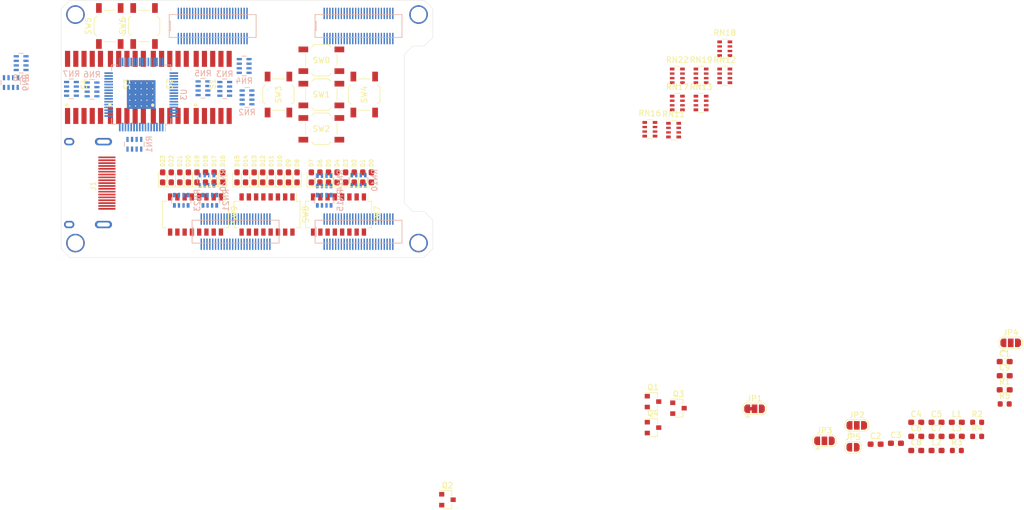
<source format=kicad_pcb>
(kicad_pcb (version 20171130) (host pcbnew "(5.1.2-1)-1")
  (layers (0 F.Cu signal) (31 B.Cu signal) (34 B.Paste user) (35 F.Paste user) (36 B.SilkS user) (37 F.SilkS user) (38 B.Mask user) (39 F.Mask user) (44 Edge.Cuts user))
  (net 0 "")
  (net 1 "Net-(C1-Pad1)")
  (net 2 GNDREF)
  (net 3 "Net-(C5-Pad1)")
  (net 4 "Net-(C8-Pad1)")
  (net 5 "Net-(J1-Pad19)")
  (net 6 "Net-(J1-Pad18)")
  (net 7 "Net-(J1-Pad16)")
  (net 8 "Net-(J1-Pad15)")
  (net 9 "Net-(J1-Pad14)")
  (net 10 "Net-(J1-Pad13)")
  (net 11 +3V3)
  (net 12 +5V)
  (net 13 "Net-(JP5-Pad2)")
  (net 14 "Net-(Q1-Pad3)")
  (net 15 "Net-(Q2-Pad3)")
  (net 16 "Net-(Q3-Pad3)")
  (net 17 "Net-(Q4-Pad3)")
  (net 18 "Net-(R1-Pad2)")
  (net 19 "Net-(R3-Pad1)")
  (net 20 "Net-(R4-Pad1)")
  (net 21 "Net-(R5-Pad1)")
  (net 22 "Net-(RN1-Pad6)")
  (net 23 "Net-(RN1-Pad8)")
  (net 24 "Net-(RN2-Pad5)")
  (net 25 "Net-(RN2-Pad6)")
  (net 26 "Net-(RN2-Pad7)")
  (net 27 "Net-(RN2-Pad8)")
  (net 28 "Net-(RN3-Pad5)")
  (net 29 "Net-(RN3-Pad6)")
  (net 30 "Net-(RN3-Pad7)")
  (net 31 "Net-(RN3-Pad8)")
  (net 32 "Net-(RN4-Pad5)")
  (net 33 "Net-(RN4-Pad6)")
  (net 34 "Net-(RN4-Pad7)")
  (net 35 "Net-(RN4-Pad8)")
  (net 36 "Net-(RN5-Pad5)")
  (net 37 "Net-(RN5-Pad6)")
  (net 38 "Net-(RN5-Pad7)")
  (net 39 "Net-(RN5-Pad8)")
  (net 40 "Net-(RN6-Pad5)")
  (net 41 "Net-(RN6-Pad6)")
  (net 42 "Net-(RN6-Pad7)")
  (net 43 "Net-(RN6-Pad8)")
  (net 44 "Net-(RN7-Pad5)")
  (net 45 "Net-(RN7-Pad6)")
  (net 46 "Net-(RN7-Pad7)")
  (net 47 "Net-(RN7-Pad8)")
  (net 48 "Net-(RN8-Pad5)")
  (net 49 "Net-(RN8-Pad6)")
  (net 50 "Net-(RN8-Pad7)")
  (net 51 "Net-(RN8-Pad8)")
  (net 52 "Net-(RN9-Pad5)")
  (net 53 "Net-(RN9-Pad6)")
  (net 54 "Net-(RN9-Pad7)")
  (net 55 "Net-(RN9-Pad8)")
  (net 56 /AN1)
  (net 57 /AN2)
  (net 58 /AN3)
  (net 59 /B0)
  (net 60 /B1)
  (net 61 /B2)
  (net 62 /B3)
  (net 63 "Net-(U3-Pad49)")
  (net 64 /G0)
  (net 65 /G1)
  (net 66 /G2)
  (net 67 /G3)
  (net 68 /R0)
  (net 69 /R1)
  (net 70 /R2)
  (net 71 /R3)
  (net 72 "Net-(U3-Pad11)")
  (net 73 /VS)
  (net 74 /HS)
  (net 75 /DE)
  (net 76 /HDMI/CK-)
  (net 77 /HDMI/CK+)
  (net 78 /HDMI/D0-)
  (net 79 /HDMI/D0+)
  (net 80 /HDMI/D1-)
  (net 81 /HDMI/D1+)
  (net 82 /HDMI/D2-)
  (net 83 /HDMI/D2+)
  (net 84 /HDMI/DK1)
  (net 85 /HDMI/DK2)
  (net 86 /HDMI/DK3)
  (net 87 /HDMI/ISEL)
  (net 88 /DP)
  (net 89 /CLK)
  (net 90 /C3)
  (net 91 /C0)
  (net 92 /C2)
  (net 93 /C1)
  (net 94 /LED0)
  (net 95 "Net-(D1-Pad1)")
  (net 96 /LED1)
  (net 97 "Net-(D2-Pad1)")
  (net 98 /LED2)
  (net 99 "Net-(D3-Pad1)")
  (net 100 /LED3)
  (net 101 "Net-(D4-Pad1)")
  (net 102 /LED4)
  (net 103 "Net-(D5-Pad1)")
  (net 104 /LED5)
  (net 105 "Net-(D6-Pad1)")
  (net 106 /LED6)
  (net 107 "Net-(D7-Pad1)")
  (net 108 /LED7)
  (net 109 "Net-(D8-Pad1)")
  (net 110 /LED8)
  (net 111 "Net-(D9-Pad1)")
  (net 112 /LED9)
  (net 113 "Net-(D10-Pad1)")
  (net 114 /LED10)
  (net 115 "Net-(D11-Pad1)")
  (net 116 /LED11)
  (net 117 "Net-(D12-Pad1)")
  (net 118 /LED12)
  (net 119 "Net-(D13-Pad1)")
  (net 120 /LED13)
  (net 121 "Net-(D14-Pad1)")
  (net 122 /LED14)
  (net 123 "Net-(D15-Pad1)")
  (net 124 /LED15)
  (net 125 "Net-(D16-Pad1)")
  (net 126 /LED16)
  (net 127 "Net-(D17-Pad1)")
  (net 128 /LED17)
  (net 129 "Net-(D18-Pad1)")
  (net 130 /LED18)
  (net 131 "Net-(D19-Pad1)")
  (net 132 /LED19)
  (net 133 "Net-(D20-Pad1)")
  (net 134 /LED20)
  (net 135 "Net-(D21-Pad1)")
  (net 136 /LED21)
  (net 137 "Net-(D22-Pad1)")
  (net 138 /LED22)
  (net 139 "Net-(D23-Pad1)")
  (net 140 /LED23)
  (net 141 /AN0)
  (net 142 /C4)
  (net 143 /C6)
  (net 144 /C5)
  (net 145 GND)
  (net 146 "Net-(RN11-Pad5)")
  (net 147 "Net-(RN11-Pad6)")
  (net 148 "Net-(RN11-Pad8)")
  (net 149 "Net-(RN11-Pad7)")
  (net 150 "Net-(RN12-Pad5)")
  (net 151 "Net-(RN12-Pad6)")
  (net 152 "Net-(RN12-Pad8)")
  (net 153 "Net-(RN12-Pad7)")
  (net 154 "Net-(RN13-Pad5)")
  (net 155 "Net-(RN13-Pad6)")
  (net 156 "Net-(RN13-Pad8)")
  (net 157 "Net-(RN13-Pad7)")
  (net 158 "Net-(RN15-Pad5)")
  (net 159 "Net-(RN15-Pad6)")
  (net 160 "Net-(RN15-Pad8)")
  (net 161 "Net-(RN15-Pad7)")
  (net 162 "Net-(RN17-Pad5)")
  (net 163 "Net-(RN17-Pad6)")
  (net 164 "Net-(RN17-Pad8)")
  (net 165 "Net-(RN17-Pad7)")
  (net 166 "Net-(RN19-Pad5)")
  (net 167 "Net-(RN19-Pad6)")
  (net 168 "Net-(RN19-Pad8)")
  (net 169 "Net-(RN19-Pad7)")
  (net 170 "Net-(RN21-Pad5)")
  (net 171 "Net-(RN21-Pad6)")
  (net 172 "Net-(RN21-Pad8)")
  (net 173 "Net-(RN21-Pad7)")
  (net 174 "Net-(RN23-Pad5)")
  (net 175 "Net-(RN23-Pad6)")
  (net 176 "Net-(RN23-Pad8)")
  (net 177 "Net-(RN23-Pad7)")
  (net 178 /BTN0)
  (net 179 /BTN1)
  (net 180 /BTN2)
  (net 181 /BTN3)
  (net 182 /BTN4)
  (net 183 /BTN5)
  (net 184 /BTN6)
  (net 185 /DIP0)
  (net 186 /DIP1)
  (net 187 /DIP2)
  (net 188 /DIP3)
  (net 189 /DIP4)
  (net 190 /DIP5)
  (net 191 /DIP6)
  (net 192 /DIP7)
  (net 193 /DIP8)
  (net 194 /DIP9)
  (net 195 /DIP10)
  (net 196 /DIP11)
  (net 197 /DIP12)
  (net 198 /DIP13)
  (net 199 /DIP14)
  (net 200 /DIP15)
  (net 201 /DIP16)
  (net 202 /DIP17)
  (net 203 /DIP18)
  (net 204 /DIP19)
  (net 205 /DIP20)
  (net 206 /DIP21)
  (net 207 /DIP22)
  (net 208 /DIP23)
  (net 209 "Net-(U1-PadCB_18)")
  (net 210 "Net-(U1-PadCB_17)")
  (net 211 "Net-(U1-PadCB_15)")
  (net 212 "Net-(U1-PadCB_14)")
  (net 213 "Net-(U1-PadCB_2)")
  (net 214 "Net-(U1-PadCB_3)")
  (net 215 "Net-(U1-PadCB_5)")
  (net 216 "Net-(U1-PadCB_6)")
  (net 217 "Net-(U1-PadCB_8)")
  (net 218 "Net-(U1-PadCB_9)")
  (net 219 "Net-(U1-PadCB_11)")
  (net 220 "Net-(U1-PadCB_12)")
  (net 221 "Net-(U1-PadCB_45)")
  (net 222 "Net-(U1-PadDB_24)")
  (net 223 "Net-(U1-PadDB_23)")
  (net 224 "Net-(U1-PadDB_21)")
  (net 225 "Net-(U1-PadDB_20)")
  (net 226 "Net-(U1-PadDB_18)")
  (net 227 "Net-(U1-PadDB_17)")
  (net 228 "Net-(U1-PadDB_15)")
  (net 229 "Net-(U1-PadDB_14)")
  (net 230 "Net-(U1-PadDB_2)")
  (net 231 "Net-(U1-PadDB_3)")
  (net 232 "Net-(U1-PadDB_5)")
  (net 233 "Net-(U1-PadDB_6)")
  (net 234 "Net-(U1-PadDB_8)")
  (net 235 "Net-(U1-PadDB_9)")
  (net 236 "Net-(U1-PadDB_11)")
  (net 237 "Net-(U1-PadDB_12)")
  (net 238 "Net-(U1-PadDB_49)")
  (net 239 "Net-(U1-PadDB_48)")
  (net 240 "Net-(U1-PadDB_46)")
  (net 241 "Net-(U1-PadDB_45)")
  (net 242 "Net-(U1-PadDB_43)")
  (net 243 "Net-(U1-PadDB_42)")
  (net 244 "Net-(U1-PadDB_40)")
  (net 245 "Net-(U1-PadDB_39)")
  (net 246 "Net-(U1-PadDB_27)")
  (net 247 "Net-(U1-PadDB_28)")
  (net 248 "Net-(U1-PadDB_30)")
  (net 249 "Net-(U1-PadDB_31)")
  (net 250 "Net-(U1-PadDB_33)")
  (net 251 "Net-(U1-PadDB_34)")
  (net 252 "Net-(U1-PadDB_36)")
  (net 253 "Net-(U1-PadDB_37)")
  (net 254 "Net-(D0-Pad1)")
  (module Connector_HDMI:HDMI_Jing_C168714 (layer F.Cu) (at 20 48.5 270)
    (fp_text reference J1 (at -4 2.4 90) (layer F.SilkS))
    (fp_text value HDMI_A_1.4)
    (pad SH thru_hole oval (at 2.75 6.6 270) (size 1.3 1.8) (drill oval 0.7 1.2) (layers *.Cu *.Mask) (net 2 GNDREF))
    (pad SH thru_hole oval (at -11.75 6.6 270) (size 1.3 1.8) (drill oval 0.7 1.2) (layers *.Cu *.Mask) (net 2 GNDREF))
    (pad SH thru_hole oval (at -11.75 0.6 270) (size 1.3 3) (drill oval 0.7 2.2) (layers *.Cu *.Mask) (net 2 GNDREF))
    (pad SH thru_hole oval (at 2.75 0.6 270) (size 1.3 3) (drill oval 0.7 2.2) (layers *.Cu *.Mask) (net 2 GNDREF))
    (pad 19 smd rect (at -9 0 270) (size 0.3 3) (layers F.Cu F.Paste F.Mask) (net 5 "Net-(J1-Pad19)"))
    (pad 18 smd rect (at -8.5 0 270) (size 0.3 3) (layers F.Cu F.Paste F.Mask) (net 6 "Net-(J1-Pad18)"))
    (pad 17 smd rect (at -8 0 270) (size 0.3 3) (layers F.Cu F.Paste F.Mask) (net 2 GNDREF))
    (pad 16 smd rect (at -7.5 0 270) (size 0.3 3) (layers F.Cu F.Paste F.Mask) (net 7 "Net-(J1-Pad16)"))
    (pad 15 smd rect (at -7 0 270) (size 0.3 3) (layers F.Cu F.Paste F.Mask) (net 8 "Net-(J1-Pad15)"))
    (pad 14 smd rect (at -6.5 0 270) (size 0.3 3) (layers F.Cu F.Paste F.Mask) (net 9 "Net-(J1-Pad14)"))
    (pad 12 smd rect (at -5.5 0 270) (size 0.3 3) (layers F.Cu F.Paste F.Mask) (net 76 /HDMI/CK-))
    (pad 13 smd rect (at -6 0 270) (size 0.3 3) (layers F.Cu F.Paste F.Mask) (net 10 "Net-(J1-Pad13)"))
    (pad 11 smd rect (at -5 0 270) (size 0.3 3) (layers F.Cu F.Paste F.Mask) (net 2 GNDREF))
    (pad 10 smd rect (at -4.5 0 270) (size 0.3 3) (layers F.Cu F.Paste F.Mask) (net 77 /HDMI/CK+))
    (pad 9 smd rect (at -4 0 270) (size 0.3 3) (layers F.Cu F.Paste F.Mask) (net 78 /HDMI/D0-))
    (pad 8 smd rect (at -3.5 0 270) (size 0.3 3) (layers F.Cu F.Paste F.Mask) (net 2 GNDREF))
    (pad 7 smd rect (at -3 0 270) (size 0.3 3) (layers F.Cu F.Paste F.Mask) (net 79 /HDMI/D0+))
    (pad 6 smd rect (at -2.5 0 270) (size 0.3 3) (layers F.Cu F.Paste F.Mask) (net 80 /HDMI/D1-))
    (pad 5 smd rect (at -2 0 270) (size 0.3 3) (layers F.Cu F.Paste F.Mask) (net 2 GNDREF))
    (pad 4 smd rect (at -1.5 0 270) (size 0.3 3) (layers F.Cu F.Paste F.Mask) (net 81 /HDMI/D1+))
    (pad 3 smd rect (at -1 0 270) (size 0.3 3) (layers F.Cu F.Paste F.Mask) (net 82 /HDMI/D2-))
    (pad 2 smd rect (at -0.5 0 270) (size 0.3 3) (layers F.Cu F.Paste F.Mask) (net 2 GNDREF))
    (pad 1 smd rect (at 0 0 270) (size 0.3 3) (layers F.Cu F.Paste F.Mask) (net 83 /HDMI/D2+))
  )
  (module Display_7Segment:KCSC02-105 (layer F.Cu) (at 23.5 27.25 90)
    (fp_text reference S3 (at 0.6 0 90) (layer F.SilkS))
    (fp_text value KCSA02-107)
    (pad 10 smd rect (at 5 -2.88 90) (size 2.8 0.9) (layers F.Cu F.Paste F.Mask) (net 49 "Net-(RN8-Pad6)"))
    (pad 9 smd rect (at 5 -1.44 90) (size 2.8 0.9) (layers F.Cu F.Paste F.Mask) (net 50 "Net-(RN8-Pad7)"))
    (pad 8 smd rect (at 5 0 90) (size 2.8 0.9) (layers F.Cu F.Paste F.Mask) (net 16 "Net-(Q3-Pad3)"))
    (pad 7 smd rect (at 5 1.44 90) (size 2.8 0.9) (layers F.Cu F.Paste F.Mask) (net 43 "Net-(RN6-Pad8)"))
    (pad 6 smd rect (at 5 2.88 90) (size 2.8 0.9) (layers F.Cu F.Paste F.Mask) (net 42 "Net-(RN6-Pad7)"))
    (pad 5 smd rect (at -5 2.88 90) (size 2.8 0.9) (layers F.Cu F.Paste F.Mask) (net 48 "Net-(RN8-Pad5)"))
    (pad 4 smd rect (at -5 1.44 90) (size 2.8 0.9) (layers F.Cu F.Paste F.Mask) (net 41 "Net-(RN6-Pad6)"))
    (pad 3 smd rect (at -5 0 90) (size 2.8 0.9) (layers F.Cu F.Paste F.Mask) (net 16 "Net-(Q3-Pad3)"))
    (pad 2 smd rect (at -5 -1.44 90) (size 2.8 0.9) (layers F.Cu F.Paste F.Mask) (net 40 "Net-(RN6-Pad5)"))
    (pad 1 smd rect (at -5 -2.88 90) (size 2.8 0.9) (layers F.Cu F.Paste F.Mask) (net 51 "Net-(RN8-Pad8)"))
  )
  (module Package_QFP:HTQFP-64-1EP_10x10mm_P0.5mm_EP8x8mm_Mask4.4x4.4mm_ThermalVias (layer B.Cu) (at 26 28.5 90)
    (fp_text reference U3 (at 0 7.45 270) (layer B.SilkS) (effects (justify mirror)))
    (fp_text value TFP410)
    (pad 65 smd rect (at 0 0 270) (size 5 5) (layers F.Cu) (net 2 GNDREF))
    (pad 65 thru_hole circle (at 0 2) (size 0.5 0.5) (drill 0.2) (layers *.Cu) (net 2 GNDREF))
    (pad 65 thru_hole circle (at 1 2) (size 0.5 0.5) (drill 0.2) (layers *.Cu) (net 2 GNDREF))
    (pad 65 thru_hole circle (at -2 2) (size 0.5 0.5) (drill 0.2) (layers *.Cu) (net 2 GNDREF))
    (pad 65 thru_hole circle (at -1 2) (size 0.5 0.5) (drill 0.2) (layers *.Cu) (net 2 GNDREF))
    (pad 65 smd rect (at 0 0 270) (size 5 5) (layers B.Cu B.Paste B.Mask) (net 2 GNDREF))
    (pad 64 smd rect (at -3.75 5.7) (size 1.5 0.3) (layers B.Cu B.Paste B.Mask) (net 2 GNDREF))
    (pad 63 smd rect (at -3.25 5.7) (size 1.5 0.3) (layers B.Cu B.Paste B.Mask) (net 2 GNDREF))
    (pad 62 smd rect (at -2.75 5.7) (size 1.5 0.3) (layers B.Cu B.Paste B.Mask) (net 2 GNDREF))
    (pad 61 smd rect (at -2.25 5.7) (size 1.5 0.3) (layers B.Cu B.Paste B.Mask) (net 2 GNDREF))
    (pad 60 smd rect (at -1.75 5.7) (size 1.5 0.3) (layers B.Cu B.Paste B.Mask) (net 2 GNDREF))
    (pad 59 smd rect (at -1.25 5.7) (size 1.5 0.3) (layers B.Cu B.Paste B.Mask) (net 59 /B0))
    (pad 58 smd rect (at -0.75 5.7) (size 1.5 0.3) (layers B.Cu B.Paste B.Mask) (net 60 /B1))
    (pad 57 smd rect (at -0.25 5.7) (size 1.5 0.3) (layers B.Cu B.Paste B.Mask) (net 89 /CLK))
    (pad 56 smd rect (at 0.25 5.7) (size 1.5 0.3) (layers B.Cu B.Paste B.Mask) (net 2 GNDREF))
    (pad 55 smd rect (at 0.75 5.7) (size 1.5 0.3) (layers B.Cu B.Paste B.Mask) (net 61 /B2))
    (pad 54 smd rect (at 1.25 5.7) (size 1.5 0.3) (layers B.Cu B.Paste B.Mask) (net 62 /B3))
    (pad 53 smd rect (at 1.75 5.7) (size 1.5 0.3) (layers B.Cu B.Paste B.Mask) (net 2 GNDREF))
    (pad 52 smd rect (at 2.25 5.7) (size 1.5 0.3) (layers B.Cu B.Paste B.Mask) (net 2 GNDREF))
    (pad 51 smd rect (at 2.75 5.7) (size 1.5 0.3) (layers B.Cu B.Paste B.Mask) (net 2 GNDREF))
    (pad 50 smd rect (at 3.25 5.7) (size 1.5 0.3) (layers B.Cu B.Paste B.Mask) (net 2 GNDREF))
    (pad 49 smd rect (at 3.75 5.7) (size 1.5 0.3) (layers B.Cu B.Paste B.Mask) (net 63 "Net-(U3-Pad49)"))
    (pad 48 smd rect (at 5.7 3.75 90) (size 1.5 0.3) (layers B.Cu B.Paste B.Mask) (net 2 GNDREF))
    (pad 47 smd rect (at 5.7 3.25 90) (size 1.5 0.3) (layers B.Cu B.Paste B.Mask) (net 64 /G0))
    (pad 46 smd rect (at 5.7 2.75 90) (size 1.5 0.3) (layers B.Cu B.Paste B.Mask) (net 65 /G1))
    (pad 45 smd rect (at 5.7 2.25 90) (size 1.5 0.3) (layers B.Cu B.Paste B.Mask) (net 66 /G2))
    (pad 44 smd rect (at 5.7 1.75 90) (size 1.5 0.3) (layers B.Cu B.Paste B.Mask) (net 67 /G3))
    (pad 43 smd rect (at 5.7 1.25 90) (size 1.5 0.3) (layers B.Cu B.Paste B.Mask) (net 2 GNDREF))
    (pad 42 smd rect (at 5.7 0.75 90) (size 1.5 0.3) (layers B.Cu B.Paste B.Mask) (net 2 GNDREF))
    (pad 41 smd rect (at 5.7 0.25 90) (size 1.5 0.3) (layers B.Cu B.Paste B.Mask) (net 2 GNDREF))
    (pad 40 smd rect (at 5.7 -0.25 90) (size 1.5 0.3) (layers B.Cu B.Paste B.Mask) (net 2 GNDREF))
    (pad 39 smd rect (at 5.7 -0.75 90) (size 1.5 0.3) (layers B.Cu B.Paste B.Mask) (net 68 /R0))
    (pad 38 smd rect (at 5.7 -1.25 90) (size 1.5 0.3) (layers B.Cu B.Paste B.Mask) (net 69 /R1))
    (pad 37 smd rect (at 5.7 -1.75 90) (size 1.5 0.3) (layers B.Cu B.Paste B.Mask) (net 70 /R2))
    (pad 36 smd rect (at 5.7 -2.25 90) (size 1.5 0.3) (layers B.Cu B.Paste B.Mask) (net 71 /R3))
    (pad 35 smd rect (at 5.7 -2.75 90) (size 1.5 0.3) (layers B.Cu B.Paste B.Mask) (net 13 "Net-(JP5-Pad2)"))
    (pad 34 smd rect (at 5.7 -3.25 90) (size 1.5 0.3) (layers B.Cu B.Paste B.Mask) (net 2 GNDREF))
    (pad 33 smd rect (at 5.7 -3.75 90) (size 1.5 0.3) (layers B.Cu B.Paste B.Mask) (net 1 "Net-(C1-Pad1)"))
    (pad 32 smd rect (at 3.75 -5.7) (size 1.5 0.3) (layers B.Cu B.Paste B.Mask) (net 2 GNDREF))
    (pad 31 smd rect (at 3.25 -5.7) (size 1.5 0.3) (layers B.Cu B.Paste B.Mask) (net 83 /HDMI/D2+))
    (pad 30 smd rect (at 2.75 -5.7) (size 1.5 0.3) (layers B.Cu B.Paste B.Mask) (net 82 /HDMI/D2-))
    (pad 29 smd rect (at 2.25 -5.7) (size 1.5 0.3) (layers B.Cu B.Paste B.Mask) (net 3 "Net-(C5-Pad1)"))
    (pad 28 smd rect (at 1.75 -5.7) (size 1.5 0.3) (layers B.Cu B.Paste B.Mask) (net 81 /HDMI/D1+))
    (pad 27 smd rect (at 1.25 -5.7) (size 1.5 0.3) (layers B.Cu B.Paste B.Mask) (net 80 /HDMI/D1-))
    (pad 26 smd rect (at 0.75 -5.7) (size 1.5 0.3) (layers B.Cu B.Paste B.Mask) (net 2 GNDREF))
    (pad 25 smd rect (at 0.25 -5.7) (size 1.5 0.3) (layers B.Cu B.Paste B.Mask) (net 79 /HDMI/D0+))
    (pad 24 smd rect (at -0.25 -5.7) (size 1.5 0.3) (layers B.Cu B.Paste B.Mask) (net 78 /HDMI/D0-))
    (pad 23 smd rect (at -0.75 -5.7) (size 1.5 0.3) (layers B.Cu B.Paste B.Mask) (net 3 "Net-(C5-Pad1)"))
    (pad 22 smd rect (at -1.25 -5.7) (size 1.5 0.3) (layers B.Cu B.Paste B.Mask) (net 77 /HDMI/CK+))
    (pad 21 smd rect (at -1.75 -5.7) (size 1.5 0.3) (layers B.Cu B.Paste B.Mask) (net 76 /HDMI/CK-))
    (pad 20 smd rect (at -2.25 -5.7) (size 1.5 0.3) (layers B.Cu B.Paste B.Mask) (net 2 GNDREF))
    (pad 19 smd rect (at -2.75 -5.7) (size 1.5 0.3) (layers B.Cu B.Paste B.Mask) (net 18 "Net-(R1-Pad2)"))
    (pad 18 smd rect (at -3.25 -5.7) (size 1.5 0.3) (layers B.Cu B.Paste B.Mask) (net 4 "Net-(C8-Pad1)"))
    (pad 17 smd rect (at -3.75 -5.7) (size 1.5 0.3) (layers B.Cu B.Paste B.Mask) (net 2 GNDREF))
    (pad 16 smd rect (at -5.7 -3.75 90) (size 1.5 0.3) (layers B.Cu B.Paste B.Mask) (net 2 GNDREF))
    (pad 15 smd rect (at -5.7 -3.25 90) (size 1.5 0.3) (layers B.Cu B.Paste B.Mask) (net 21 "Net-(R5-Pad1)"))
    (pad 14 smd rect (at -5.7 -2.75 90) (size 1.5 0.3) (layers B.Cu B.Paste B.Mask) (net 19 "Net-(R3-Pad1)"))
    (pad 13 smd rect (at -5.7 -2.25 90) (size 1.5 0.3) (layers B.Cu B.Paste B.Mask) (net 87 /HDMI/ISEL))
    (pad 12 smd rect (at -5.7 -1.75 90) (size 1.5 0.3) (layers B.Cu B.Paste B.Mask) (net 1 "Net-(C1-Pad1)"))
    (pad 11 smd rect (at -5.7 -1.25 90) (size 1.5 0.3) (layers B.Cu B.Paste B.Mask) (net 72 "Net-(U3-Pad11)"))
    (pad 10 smd rect (at -5.7 -0.75 90) (size 1.5 0.3) (layers B.Cu B.Paste B.Mask) (net 22 "Net-(RN1-Pad6)"))
    (pad 9 smd rect (at -5.7 -0.25 90) (size 1.5 0.3) (layers B.Cu B.Paste B.Mask) (net 23 "Net-(RN1-Pad8)"))
    (pad 8 smd rect (at -5.7 0.25 90) (size 1.5 0.3) (layers B.Cu B.Paste B.Mask) (net 84 /HDMI/DK1))
    (pad 7 smd rect (at -5.7 0.75 90) (size 1.5 0.3) (layers B.Cu B.Paste B.Mask) (net 85 /HDMI/DK2))
    (pad 6 smd rect (at -5.7 1.25 90) (size 1.5 0.3) (layers B.Cu B.Paste B.Mask) (net 86 /HDMI/DK3))
    (pad 5 smd rect (at -5.7 1.75 90) (size 1.5 0.3) (layers B.Cu B.Paste B.Mask) (net 73 /VS))
    (pad 4 smd rect (at -5.7 2.25 90) (size 1.5 0.3) (layers B.Cu B.Paste B.Mask) (net 74 /HS))
    (pad 3 smd rect (at -5.7 2.75 90) (size 1.5 0.3) (layers B.Cu B.Paste B.Mask) (net 20 "Net-(R4-Pad1)"))
    (pad 2 smd rect (at -5.7 3.25 90) (size 1.5 0.3) (layers B.Cu B.Paste B.Mask) (net 75 /DE))
    (pad 1 smd rect (at -5.7 3.75 90) (size 1.5 0.3) (layers B.Cu B.Paste B.Mask) (net 1 "Net-(C1-Pad1)"))
    (pad 65 thru_hole circle (at 2 2) (size 0.5 0.5) (drill 0.2) (layers *.Cu) (net 2 GNDREF))
    (pad 65 thru_hole circle (at -2 1) (size 0.5 0.5) (drill 0.2) (layers *.Cu) (net 2 GNDREF))
    (pad 65 thru_hole circle (at -1 1) (size 0.5 0.5) (drill 0.2) (layers *.Cu) (net 2 GNDREF))
    (pad 65 thru_hole circle (at 0 1) (size 0.5 0.5) (drill 0.2) (layers *.Cu) (net 2 GNDREF))
    (pad 65 thru_hole circle (at 1 1) (size 0.5 0.5) (drill 0.2) (layers *.Cu) (net 2 GNDREF))
    (pad 65 thru_hole circle (at 2 1) (size 0.5 0.5) (drill 0.2) (layers *.Cu) (net 2 GNDREF))
    (pad 65 thru_hole circle (at -2 0) (size 0.5 0.5) (drill 0.2) (layers *.Cu) (net 2 GNDREF))
    (pad 65 thru_hole circle (at -1 0) (size 0.5 0.5) (drill 0.2) (layers *.Cu) (net 2 GNDREF))
    (pad 65 thru_hole circle (at 0 0) (size 0.5 0.5) (drill 0.2) (layers *.Cu) (net 2 GNDREF))
    (pad 65 thru_hole circle (at 1 0) (size 0.5 0.5) (drill 0.2) (layers *.Cu) (net 2 GNDREF))
    (pad 65 thru_hole circle (at 2 0) (size 0.5 0.5) (drill 0.2) (layers *.Cu) (net 2 GNDREF))
    (pad 65 thru_hole circle (at -2 -1) (size 0.5 0.5) (drill 0.2) (layers *.Cu) (net 2 GNDREF))
    (pad 65 thru_hole circle (at -1 -1) (size 0.5 0.5) (drill 0.2) (layers *.Cu) (net 2 GNDREF))
    (pad 65 thru_hole circle (at 0 -1) (size 0.5 0.5) (drill 0.2) (layers *.Cu) (net 2 GNDREF))
    (pad 65 thru_hole circle (at 1 -1) (size 0.5 0.5) (drill 0.2) (layers *.Cu) (net 2 GNDREF))
    (pad 65 thru_hole circle (at 2 -1) (size 0.5 0.5) (drill 0.2) (layers *.Cu) (net 2 GNDREF))
    (pad 65 thru_hole circle (at -2 -2) (size 0.5 0.5) (drill 0.2) (layers *.Cu) (net 2 GNDREF))
    (pad 65 thru_hole circle (at -1 -2) (size 0.5 0.5) (drill 0.2) (layers *.Cu) (net 2 GNDREF))
    (pad 65 thru_hole circle (at 0 -2) (size 0.5 0.5) (drill 0.2) (layers *.Cu) (net 2 GNDREF))
    (pad 65 thru_hole circle (at 1 -2) (size 0.5 0.5) (drill 0.2) (layers *.Cu) (net 2 GNDREF))
    (pad 65 thru_hole circle (at 2 -2) (size 0.5 0.5) (drill 0.2) (layers *.Cu) (net 2 GNDREF))
  )
  (module LED_SMD:LED_0603_1608Metric_Pad1.05x0.95mm_HandSolder (layer F.Cu) (at 29.75 43 90)
    (fp_text reference D23 (at 1.75 0 90) (layer F.SilkS) (effects (font (size 0.7 0.7)) (justify left)))
    (fp_text value LED_Small)
    (pad 2 smd roundrect (at 0.875 0 90) (size 1.05 0.95) (layers F.Cu F.Paste F.Mask) (net 140 /LED23))
    (pad 1 smd roundrect (at -0.875 0 90) (size 1.05 0.95) (layers F.Cu F.Paste F.Mask) (net 139 "Net-(D23-Pad1)"))
  )
  (module LED_SMD:LED_0603_1608Metric_Pad1.05x0.95mm_HandSolder (layer F.Cu) (at 31.25 43 90)
    (fp_text reference D22 (at 1.75 0 90) (layer F.SilkS) (effects (font (size 0.7 0.7)) (justify left)))
    (fp_text value LED_Small)
    (pad 2 smd roundrect (at 0.875 0 90) (size 1.05 0.95) (layers F.Cu F.Paste F.Mask) (net 138 /LED22))
    (pad 1 smd roundrect (at -0.875 0 90) (size 1.05 0.95) (layers F.Cu F.Paste F.Mask) (net 137 "Net-(D22-Pad1)"))
  )
  (module LED_SMD:LED_0603_1608Metric_Pad1.05x0.95mm_HandSolder (layer F.Cu) (at 32.75 43 90)
    (fp_text reference D21 (at 1.75 0 90) (layer F.SilkS) (effects (font (size 0.7 0.7)) (justify left)))
    (fp_text value LED_Small)
    (pad 2 smd roundrect (at 0.875 0 90) (size 1.05 0.95) (layers F.Cu F.Paste F.Mask) (net 136 /LED21))
    (pad 1 smd roundrect (at -0.875 0 90) (size 1.05 0.95) (layers F.Cu F.Paste F.Mask) (net 135 "Net-(D21-Pad1)"))
  )
  (module LED_SMD:LED_0603_1608Metric_Pad1.05x0.95mm_HandSolder (layer F.Cu) (at 34.25 43 90)
    (fp_text reference D20 (at 1.75 0 90) (layer F.SilkS) (effects (font (size 0.7 0.7)) (justify left)))
    (fp_text value LED_Small)
    (pad 2 smd roundrect (at 0.875 0 90) (size 1.05 0.95) (layers F.Cu F.Paste F.Mask) (net 134 /LED20))
    (pad 1 smd roundrect (at -0.875 0 90) (size 1.05 0.95) (layers F.Cu F.Paste F.Mask) (net 133 "Net-(D20-Pad1)"))
  )
  (module LED_SMD:LED_0603_1608Metric_Pad1.05x0.95mm_HandSolder (layer F.Cu) (at 35.75 43 90)
    (fp_text reference D19 (at 1.75 0 90) (layer F.SilkS) (effects (font (size 0.7 0.7)) (justify left)))
    (fp_text value LED_Small)
    (pad 2 smd roundrect (at 0.875 0 90) (size 1.05 0.95) (layers F.Cu F.Paste F.Mask) (net 132 /LED19))
    (pad 1 smd roundrect (at -0.875 0 90) (size 1.05 0.95) (layers F.Cu F.Paste F.Mask) (net 131 "Net-(D19-Pad1)"))
  )
  (module LED_SMD:LED_0603_1608Metric_Pad1.05x0.95mm_HandSolder (layer F.Cu) (at 37.25 43 90)
    (fp_text reference D18 (at 1.75 0 90) (layer F.SilkS) (effects (font (size 0.7 0.7)) (justify left)))
    (fp_text value LED_Small)
    (pad 2 smd roundrect (at 0.875 0 90) (size 1.05 0.95) (layers F.Cu F.Paste F.Mask) (net 130 /LED18))
    (pad 1 smd roundrect (at -0.875 0 90) (size 1.05 0.95) (layers F.Cu F.Paste F.Mask) (net 129 "Net-(D18-Pad1)"))
  )
  (module LED_SMD:LED_0603_1608Metric_Pad1.05x0.95mm_HandSolder (layer F.Cu) (at 38.75 43 90)
    (fp_text reference D17 (at 1.75 0 90) (layer F.SilkS) (effects (font (size 0.7 0.7)) (justify left)))
    (fp_text value LED_Small)
    (pad 2 smd roundrect (at 0.875 0 90) (size 1.05 0.95) (layers F.Cu F.Paste F.Mask) (net 128 /LED17))
    (pad 1 smd roundrect (at -0.875 0 90) (size 1.05 0.95) (layers F.Cu F.Paste F.Mask) (net 127 "Net-(D17-Pad1)"))
  )
  (module LED_SMD:LED_0603_1608Metric_Pad1.05x0.95mm_HandSolder (layer F.Cu) (at 40.25 43 90)
    (fp_text reference D16 (at 1.75 0 90) (layer F.SilkS) (effects (font (size 0.7 0.7)) (justify left)))
    (fp_text value LED_Small)
    (pad 2 smd roundrect (at 0.875 0 90) (size 1.05 0.95) (layers F.Cu F.Paste F.Mask) (net 126 /LED16))
    (pad 1 smd roundrect (at -0.875 0 90) (size 1.05 0.95) (layers F.Cu F.Paste F.Mask) (net 125 "Net-(D16-Pad1)"))
  )
  (module LED_SMD:LED_0603_1608Metric_Pad1.05x0.95mm_HandSolder (layer F.Cu) (at 42.75 43 90)
    (fp_text reference D15 (at 1.75 0 90) (layer F.SilkS) (effects (font (size 0.7 0.7)) (justify left)))
    (fp_text value LED_Small)
    (pad 2 smd roundrect (at 0.875 0 90) (size 1.05 0.95) (layers F.Cu F.Paste F.Mask) (net 124 /LED15))
    (pad 1 smd roundrect (at -0.875 0 90) (size 1.05 0.95) (layers F.Cu F.Paste F.Mask) (net 123 "Net-(D15-Pad1)"))
  )
  (module LED_SMD:LED_0603_1608Metric_Pad1.05x0.95mm_HandSolder (layer F.Cu) (at 44.25 43 90)
    (fp_text reference D14 (at 1.75 0 90) (layer F.SilkS) (effects (font (size 0.7 0.7)) (justify left)))
    (fp_text value LED_Small)
    (pad 2 smd roundrect (at 0.875 0 90) (size 1.05 0.95) (layers F.Cu F.Paste F.Mask) (net 122 /LED14))
    (pad 1 smd roundrect (at -0.875 0 90) (size 1.05 0.95) (layers F.Cu F.Paste F.Mask) (net 121 "Net-(D14-Pad1)"))
  )
  (module LED_SMD:LED_0603_1608Metric_Pad1.05x0.95mm_HandSolder (layer F.Cu) (at 45.75 43 90)
    (fp_text reference D13 (at 1.75 0 90) (layer F.SilkS) (effects (font (size 0.7 0.7)) (justify left)))
    (fp_text value LED_Small)
    (pad 2 smd roundrect (at 0.875 0 90) (size 1.05 0.95) (layers F.Cu F.Paste F.Mask) (net 120 /LED13))
    (pad 1 smd roundrect (at -0.875 0 90) (size 1.05 0.95) (layers F.Cu F.Paste F.Mask) (net 119 "Net-(D13-Pad1)"))
  )
  (module LED_SMD:LED_0603_1608Metric_Pad1.05x0.95mm_HandSolder (layer F.Cu) (at 47.25 43 90)
    (fp_text reference D12 (at 1.75 0 90) (layer F.SilkS) (effects (font (size 0.7 0.7)) (justify left)))
    (fp_text value LED_Small)
    (pad 2 smd roundrect (at 0.875 0 90) (size 1.05 0.95) (layers F.Cu F.Paste F.Mask) (net 118 /LED12))
    (pad 1 smd roundrect (at -0.875 0 90) (size 1.05 0.95) (layers F.Cu F.Paste F.Mask) (net 117 "Net-(D12-Pad1)"))
  )
  (module LED_SMD:LED_0603_1608Metric_Pad1.05x0.95mm_HandSolder (layer F.Cu) (at 48.75 43 90)
    (fp_text reference D11 (at 1.75 0 90) (layer F.SilkS) (effects (font (size 0.7 0.7)) (justify left)))
    (fp_text value LED_Small)
    (pad 2 smd roundrect (at 0.875 0 90) (size 1.05 0.95) (layers F.Cu F.Paste F.Mask) (net 116 /LED11))
    (pad 1 smd roundrect (at -0.875 0 90) (size 1.05 0.95) (layers F.Cu F.Paste F.Mask) (net 115 "Net-(D11-Pad1)"))
  )
  (module LED_SMD:LED_0603_1608Metric_Pad1.05x0.95mm_HandSolder (layer F.Cu) (at 50.25 43 90)
    (fp_text reference D10 (at 1.75 0 270) (layer F.SilkS) (effects (font (size 0.7 0.7)) (justify left)))
    (fp_text value LED_Small)
    (pad 2 smd roundrect (at 0.875 0 90) (size 1.05 0.95) (layers F.Cu F.Paste F.Mask) (net 114 /LED10))
    (pad 1 smd roundrect (at -0.875 0 90) (size 1.05 0.95) (layers F.Cu F.Paste F.Mask) (net 113 "Net-(D10-Pad1)"))
  )
  (module LED_SMD:LED_0603_1608Metric_Pad1.05x0.95mm_HandSolder (layer F.Cu) (at 51.75 43 90)
    (fp_text reference D9 (at 2.5 0 270) (layer F.SilkS) (effects (font (size 0.7 0.7))))
    (fp_text value LED_Small)
    (pad 2 smd roundrect (at 0.875 0 90) (size 1.05 0.95) (layers F.Cu F.Paste F.Mask) (net 112 /LED9))
    (pad 1 smd roundrect (at -0.875 0 90) (size 1.05 0.95) (layers F.Cu F.Paste F.Mask) (net 111 "Net-(D9-Pad1)"))
  )
  (module LED_SMD:LED_0603_1608Metric_Pad1.05x0.95mm_HandSolder (layer F.Cu) (at 53.25 43 90)
    (fp_text reference D8 (at 2.5 0 270) (layer F.SilkS) (effects (font (size 0.7 0.7))))
    (fp_text value LED_Small)
    (pad 2 smd roundrect (at 0.875 0 90) (size 1.05 0.95) (layers F.Cu F.Paste F.Mask) (net 110 /LED8))
    (pad 1 smd roundrect (at -0.875 0 90) (size 1.05 0.95) (layers F.Cu F.Paste F.Mask) (net 109 "Net-(D8-Pad1)"))
  )
  (module LED_SMD:LED_0603_1608Metric_Pad1.05x0.95mm_HandSolder (layer F.Cu) (at 55.75 43 90)
    (fp_text reference D7 (at 2.5 0 270) (layer F.SilkS) (effects (font (size 0.7 0.7))))
    (fp_text value LED_Small)
    (pad 2 smd roundrect (at 0.875 0 90) (size 1.05 0.95) (layers F.Cu F.Paste F.Mask) (net 108 /LED7))
    (pad 1 smd roundrect (at -0.875 0 90) (size 1.05 0.95) (layers F.Cu F.Paste F.Mask) (net 107 "Net-(D7-Pad1)"))
  )
  (module LED_SMD:LED_0603_1608Metric_Pad1.05x0.95mm_HandSolder (layer F.Cu) (at 57.25 43 90)
    (fp_text reference D6 (at 2.5 0 270) (layer F.SilkS) (effects (font (size 0.7 0.7))))
    (fp_text value LED_Small)
    (pad 2 smd roundrect (at 0.875 0 90) (size 1.05 0.95) (layers F.Cu F.Paste F.Mask) (net 106 /LED6))
    (pad 1 smd roundrect (at -0.875 0 90) (size 1.05 0.95) (layers F.Cu F.Paste F.Mask) (net 105 "Net-(D6-Pad1)"))
  )
  (module LED_SMD:LED_0603_1608Metric_Pad1.05x0.95mm_HandSolder (layer F.Cu) (at 58.75 43 90)
    (fp_text reference D5 (at 2.5 0 270) (layer F.SilkS) (effects (font (size 0.7 0.7))))
    (fp_text value LED_Small)
    (pad 2 smd roundrect (at 0.875 0 90) (size 1.05 0.95) (layers F.Cu F.Paste F.Mask) (net 104 /LED5))
    (pad 1 smd roundrect (at -0.875 0 90) (size 1.05 0.95) (layers F.Cu F.Paste F.Mask) (net 103 "Net-(D5-Pad1)"))
  )
  (module LED_SMD:LED_0603_1608Metric_Pad1.05x0.95mm_HandSolder (layer F.Cu) (at 60.25 43 90)
    (fp_text reference D4 (at 2.5 0 270) (layer F.SilkS) (effects (font (size 0.7 0.7))))
    (fp_text value LED_Small)
    (pad 2 smd roundrect (at 0.875 0 90) (size 1.05 0.95) (layers F.Cu F.Paste F.Mask) (net 102 /LED4))
    (pad 1 smd roundrect (at -0.875 0 90) (size 1.05 0.95) (layers F.Cu F.Paste F.Mask) (net 101 "Net-(D4-Pad1)"))
  )
  (module LED_SMD:LED_0603_1608Metric_Pad1.05x0.95mm_HandSolder (layer F.Cu) (at 61.75 43 90)
    (fp_text reference D3 (at 2.5 0 270) (layer F.SilkS) (effects (font (size 0.7 0.7))))
    (fp_text value LED_Small)
    (pad 2 smd roundrect (at 0.875 0 90) (size 1.05 0.95) (layers F.Cu F.Paste F.Mask) (net 100 /LED3))
    (pad 1 smd roundrect (at -0.875 0 90) (size 1.05 0.95) (layers F.Cu F.Paste F.Mask) (net 99 "Net-(D3-Pad1)"))
  )
  (module LED_SMD:LED_0603_1608Metric_Pad1.05x0.95mm_HandSolder (layer F.Cu) (at 63.25 43 90)
    (fp_text reference D2 (at 2.5 0 270) (layer F.SilkS) (effects (font (size 0.7 0.7))))
    (fp_text value LED_Small)
    (pad 2 smd roundrect (at 0.875 0 90) (size 1.05 0.95) (layers F.Cu F.Paste F.Mask) (net 98 /LED2))
    (pad 1 smd roundrect (at -0.875 0 90) (size 1.05 0.95) (layers F.Cu F.Paste F.Mask) (net 97 "Net-(D2-Pad1)"))
  )
  (module LED_SMD:LED_0603_1608Metric_Pad1.05x0.95mm_HandSolder (layer F.Cu) (at 64.75 43 90)
    (fp_text reference D1 (at 2.5 0 270) (layer F.SilkS) (effects (font (size 0.7 0.7))))
    (fp_text value LED_Small)
    (pad 2 smd roundrect (at 0.875 0 90) (size 1.05 0.95) (layers F.Cu F.Paste F.Mask) (net 96 /LED1))
    (pad 1 smd roundrect (at -0.875 0 90) (size 1.05 0.95) (layers F.Cu F.Paste F.Mask) (net 95 "Net-(D1-Pad1)"))
  )
  (module LED_SMD:LED_0603_1608Metric_Pad1.05x0.95mm_HandSolder (layer F.Cu) (at 66.25 43 90)
    (fp_text reference D0 (at 2.5 0 270) (layer F.SilkS) (effects (font (size 0.7 0.7))))
    (fp_text value LED_Small)
    (pad 2 smd roundrect (at 0.875 0 90) (size 1.05 0.95) (layers F.Cu F.Paste F.Mask) (net 94 /LED0))
    (pad 1 smd roundrect (at -0.875 0 90) (size 1.05 0.95) (layers F.Cu F.Paste F.Mask) (net 254 "Net-(D0-Pad1)"))
  )
  (module Inductor_SMD:L_0603_1608Metric_Pad1.05x0.95mm_HandSolder (layer F.Cu) (at 168.63 88.34)
    (fp_text reference L3 (at 0 -1.43) (layer F.SilkS))
    (fp_text value 600)
    (pad 2 smd roundrect (at 0.875 0) (size 1.05 0.95) (layers F.Cu F.Paste F.Mask) (net 4 "Net-(C8-Pad1)"))
    (pad 1 smd roundrect (at -0.875 0) (size 1.05 0.95) (layers F.Cu F.Paste F.Mask) (net 11 +3V3))
  )
  (module Inductor_SMD:L_0603_1608Metric_Pad1.05x0.95mm_HandSolder (layer F.Cu) (at 165.08 90.81)
    (fp_text reference L2 (at 0 -1.43) (layer F.SilkS))
    (fp_text value 600)
    (pad 2 smd roundrect (at 0.875 0) (size 1.05 0.95) (layers F.Cu F.Paste F.Mask) (net 3 "Net-(C5-Pad1)"))
    (pad 1 smd roundrect (at -0.875 0) (size 1.05 0.95) (layers F.Cu F.Paste F.Mask) (net 11 +3V3))
  )
  (module Inductor_SMD:L_0603_1608Metric_Pad1.05x0.95mm_HandSolder (layer F.Cu) (at 168.63 85.87)
    (fp_text reference L1 (at 0 -1.43) (layer F.SilkS))
    (fp_text value 600)
    (pad 2 smd roundrect (at 0.875 0) (size 1.05 0.95) (layers F.Cu F.Paste F.Mask) (net 1 "Net-(C1-Pad1)"))
    (pad 1 smd roundrect (at -0.875 0) (size 1.05 0.95) (layers F.Cu F.Paste F.Mask) (net 11 +3V3))
  )
  (module Resistor_SMD:R_0603_1608Metric (layer F.Cu) (at 177 82.66)
    (fp_text reference R5 (at 0 -1.43) (layer F.SilkS))
    (fp_text value 91K)
    (pad 2 smd roundrect (at 0.7875 0) (size 0.875 0.95) (layers F.Cu F.Paste F.Mask) (net 2 GNDREF))
    (pad 1 smd roundrect (at -0.7875 0) (size 0.875 0.95) (layers F.Cu F.Paste F.Mask) (net 21 "Net-(R5-Pad1)"))
  )
  (module Resistor_SMD:R_0603_1608Metric (layer F.Cu) (at 172.18 88.34)
    (fp_text reference R4 (at 0 -1.43) (layer F.SilkS))
    (fp_text value 33K)
    (pad 2 smd roundrect (at 0.7875 0) (size 0.875 0.95) (layers F.Cu F.Paste F.Mask) (net 11 +3V3))
    (pad 1 smd roundrect (at -0.7875 0) (size 0.875 0.95) (layers F.Cu F.Paste F.Mask) (net 20 "Net-(R4-Pad1)"))
  )
  (module Resistor_SMD:R_0603_1608Metric (layer F.Cu) (at 168.63 90.81)
    (fp_text reference R3 (at 0 -1.43) (layer F.SilkS))
    (fp_text value 10K)
    (pad 2 smd roundrect (at 0.7875 0) (size 0.875 0.95) (layers F.Cu F.Paste F.Mask) (net 2 GNDREF))
    (pad 1 smd roundrect (at -0.7875 0) (size 0.875 0.95) (layers F.Cu F.Paste F.Mask) (net 19 "Net-(R3-Pad1)"))
  )
  (module Resistor_SMD:R_0603_1608Metric (layer F.Cu) (at 172.18 85.87)
    (fp_text reference R2 (at 0 -1.43) (layer F.SilkS))
    (fp_text value 10K)
    (pad 2 smd roundrect (at 0.7875 0) (size 0.875 0.95) (layers F.Cu F.Paste F.Mask) (net 2 GNDREF))
    (pad 1 smd roundrect (at -0.7875 0) (size 0.875 0.95) (layers F.Cu F.Paste F.Mask) (net 87 /HDMI/ISEL))
  )
  (module Resistor_SMD:R_0603_1608Metric_Pad1.05x0.95mm_HandSolder (layer F.Cu) (at 177 80.19)
    (fp_text reference R1 (at 0 -1.43) (layer F.SilkS))
    (fp_text value 510)
    (pad 2 smd roundrect (at 0.875 0) (size 1.05 0.95) (layers F.Cu F.Paste F.Mask) (net 18 "Net-(R1-Pad2)"))
    (pad 1 smd roundrect (at -0.875 0) (size 1.05 0.95) (layers F.Cu F.Paste F.Mask) (net 11 +3V3))
  )
  (module Capacitor_SMD:C_0603_1608Metric_Pad1.05x0.95mm_HandSolder (layer F.Cu) (at 177 77.72)
    (fp_text reference C9 (at 0 -1.43) (layer F.SilkS))
    (fp_text value 10µF)
    (pad 2 smd roundrect (at 0.875 0) (size 1.05 0.95) (layers F.Cu F.Paste F.Mask) (net 2 GNDREF))
    (pad 1 smd roundrect (at -0.875 0) (size 1.05 0.95) (layers F.Cu F.Paste F.Mask) (net 4 "Net-(C8-Pad1)"))
  )
  (module Capacitor_SMD:C_0603_1608Metric_Pad1.05x0.95mm_HandSolder (layer F.Cu) (at 161.53 90.81)
    (fp_text reference C8 (at 0 -1.43) (layer F.SilkS))
    (fp_text value 100nF)
    (pad 2 smd roundrect (at 0.875 0) (size 1.05 0.95) (layers F.Cu F.Paste F.Mask) (net 2 GNDREF))
    (pad 1 smd roundrect (at -0.875 0) (size 1.05 0.95) (layers F.Cu F.Paste F.Mask) (net 4 "Net-(C8-Pad1)"))
  )
  (module Capacitor_SMD:C_0603_1608Metric_Pad1.05x0.95mm_HandSolder (layer F.Cu) (at 165.08 88.34)
    (fp_text reference C7 (at 0 -1.43) (layer F.SilkS))
    (fp_text value 10µF)
    (pad 2 smd roundrect (at 0.875 0) (size 1.05 0.95) (layers F.Cu F.Paste F.Mask) (net 2 GNDREF))
    (pad 1 smd roundrect (at -0.875 0) (size 1.05 0.95) (layers F.Cu F.Paste F.Mask) (net 3 "Net-(C5-Pad1)"))
  )
  (module Capacitor_SMD:C_0603_1608Metric_Pad1.05x0.95mm_HandSolder (layer F.Cu) (at 161.53 88.34)
    (fp_text reference C6 (at 0 -1.43) (layer F.SilkS))
    (fp_text value 100nF)
    (pad 2 smd roundrect (at 0.875 0) (size 1.05 0.95) (layers F.Cu F.Paste F.Mask) (net 2 GNDREF))
    (pad 1 smd roundrect (at -0.875 0) (size 1.05 0.95) (layers F.Cu F.Paste F.Mask) (net 3 "Net-(C5-Pad1)"))
  )
  (module Capacitor_SMD:C_0603_1608Metric_Pad1.05x0.95mm_HandSolder (layer F.Cu) (at 165.08 85.87)
    (fp_text reference C5 (at 0 -1.43) (layer F.SilkS))
    (fp_text value 100nF)
    (pad 2 smd roundrect (at 0.875 0) (size 1.05 0.95) (layers F.Cu F.Paste F.Mask) (net 2 GNDREF))
    (pad 1 smd roundrect (at -0.875 0) (size 1.05 0.95) (layers F.Cu F.Paste F.Mask) (net 3 "Net-(C5-Pad1)"))
  )
  (module Capacitor_SMD:C_0603_1608Metric_Pad1.05x0.95mm_HandSolder (layer F.Cu) (at 161.53 85.87)
    (fp_text reference C4 (at 0 -1.43) (layer F.SilkS))
    (fp_text value 10µF)
    (pad 2 smd roundrect (at 0.875 0) (size 1.05 0.95) (layers F.Cu F.Paste F.Mask) (net 2 GNDREF))
    (pad 1 smd roundrect (at -0.875 0) (size 1.05 0.95) (layers F.Cu F.Paste F.Mask) (net 1 "Net-(C1-Pad1)"))
  )
  (module Capacitor_SMD:C_0603_1608Metric_Pad1.05x0.95mm_HandSolder (layer F.Cu) (at 157.98 89.54)
    (fp_text reference C3 (at 0 -1.43) (layer F.SilkS))
    (fp_text value 100nF)
    (pad 2 smd roundrect (at 0.875 0) (size 1.05 0.95) (layers F.Cu F.Paste F.Mask) (net 2 GNDREF))
    (pad 1 smd roundrect (at -0.875 0) (size 1.05 0.95) (layers F.Cu F.Paste F.Mask) (net 1 "Net-(C1-Pad1)"))
  )
  (module Capacitor_SMD:C_0603_1608Metric_Pad1.05x0.95mm_HandSolder (layer F.Cu) (at 154.43 89.7)
    (fp_text reference C2 (at 0 -1.43) (layer F.SilkS))
    (fp_text value 100nF)
    (pad 2 smd roundrect (at 0.875 0) (size 1.05 0.95) (layers F.Cu F.Paste F.Mask) (net 2 GNDREF))
    (pad 1 smd roundrect (at -0.875 0) (size 1.05 0.95) (layers F.Cu F.Paste F.Mask) (net 1 "Net-(C1-Pad1)"))
  )
  (module Capacitor_SMD:C_0603_1608Metric_Pad1.05x0.95mm_HandSolder (layer F.Cu) (at 177 75.25)
    (fp_text reference C1 (at 0 -1.43) (layer F.SilkS))
    (fp_text value 100nF)
    (pad 2 smd roundrect (at 0.875 0) (size 1.05 0.95) (layers F.Cu F.Paste F.Mask) (net 2 GNDREF))
    (pad 1 smd roundrect (at -0.875 0) (size 1.05 0.95) (layers F.Cu F.Paste F.Mask) (net 1 "Net-(C1-Pad1)"))
  )
  (module alchitry:ELEMENT_NO_TOP (layer F.Cu) (at 12 57)
    (fp_text reference U1 (at 0 0) (layer F.SilkS) (effects (font (size 0.787402 0.787402) (thickness 0.015))))
    (fp_text value boardmezzanine_new)
    (fp_circle (center 2.5 -2.5) (end 4 -2.5) (layer F.Cu) (width 0.254))
    (fp_circle (center 2.5 -42.5) (end 4 -42.5) (layer F.Cu) (width 0.254))
    (fp_circle (center 62.5 -42.5) (end 64 -42.5) (layer F.Cu) (width 0.254))
    (fp_circle (center 62.5 -2.5) (end 64 -2.5) (layer F.Cu) (width 0.254))
    (fp_circle (center 62.5 -2.5) (end 64 -2.5) (layer B.Cu) (width 0.254))
    (fp_circle (center 62.5 -42.5) (end 64 -42.5) (layer B.Cu) (width 0.254))
    (fp_circle (center 2.5 -42.5) (end 4 -42.5) (layer B.Cu) (width 0.254))
    (fp_circle (center 2.5 -2.5) (end 4 -2.5) (layer B.Cu) (width 0.254))
    (pad None np_thru_hole circle (at 23.55 -3.25) (size 0.55 0.55) (drill 0.55) (layers *.Cu *.Mask))
    (pad None np_thru_hole circle (at 37.45 -3.25) (size 0.55 0.55) (drill 0.55) (layers *.Cu *.Mask))
    (pad CB_25 smd rect (at 36.5 -2.3) (size 0.25 2) (layers B.Cu B.Paste B.Mask) (net 11 +3V3))
    (pad CB_24 smd rect (at 36 -2.3) (size 0.25 2) (layers B.Cu B.Paste B.Mask) (net 62 /B3))
    (pad CB_23 smd rect (at 35.5 -2.3) (size 0.25 2) (layers B.Cu B.Paste B.Mask) (net 61 /B2))
    (pad CB_22 smd rect (at 35 -2.3) (size 0.25 2) (layers B.Cu B.Paste B.Mask) (net 2 GNDREF))
    (pad CB_21 smd rect (at 34.5 -2.3) (size 0.25 2) (layers B.Cu B.Paste B.Mask) (net 60 /B1))
    (pad CB_20 smd rect (at 34 -2.3) (size 0.25 2) (layers B.Cu B.Paste B.Mask) (net 59 /B0))
    (pad CB_19 smd rect (at 33.5 -2.3) (size 0.25 2) (layers B.Cu B.Paste B.Mask) (net 11 +3V3))
    (pad CB_18 smd rect (at 33 -2.3) (size 0.25 2) (layers B.Cu B.Paste B.Mask) (net 209 "Net-(U1-PadCB_18)"))
    (pad CB_17 smd rect (at 32.5 -2.3) (size 0.25 2) (layers B.Cu B.Paste B.Mask) (net 210 "Net-(U1-PadCB_17)"))
    (pad CB_16 smd rect (at 32 -2.3) (size 0.25 2) (layers B.Cu B.Paste B.Mask) (net 2 GNDREF))
    (pad CB_15 smd rect (at 31.5 -2.3) (size 0.25 2) (layers B.Cu B.Paste B.Mask) (net 211 "Net-(U1-PadCB_15)"))
    (pad CB_14 smd rect (at 31 -2.3) (size 0.25 2) (layers B.Cu B.Paste B.Mask) (net 212 "Net-(U1-PadCB_14)"))
    (pad CB_1 smd rect (at 24.5 -2.3) (size 0.25 2) (layers B.Cu B.Paste B.Mask) (net 12 +5V))
    (pad CB_2 smd rect (at 25 -2.3) (size 0.25 2) (layers B.Cu B.Paste B.Mask) (net 213 "Net-(U1-PadCB_2)"))
    (pad CB_3 smd rect (at 25.5 -2.3) (size 0.25 2) (layers B.Cu B.Paste B.Mask) (net 214 "Net-(U1-PadCB_3)"))
    (pad CB_4 smd rect (at 26 -2.3) (size 0.25 2) (layers B.Cu B.Paste B.Mask) (net 2 GNDREF))
    (pad CB_5 smd rect (at 26.5 -2.3) (size 0.25 2) (layers B.Cu B.Paste B.Mask) (net 215 "Net-(U1-PadCB_5)"))
    (pad CB_6 smd rect (at 27 -2.3) (size 0.25 2) (layers B.Cu B.Paste B.Mask) (net 216 "Net-(U1-PadCB_6)"))
    (pad CB_7 smd rect (at 27.5 -2.3) (size 0.25 2) (layers B.Cu B.Paste B.Mask) (net 11 +3V3))
    (pad CB_8 smd rect (at 28 -2.3) (size 0.25 2) (layers B.Cu B.Paste B.Mask) (net 217 "Net-(U1-PadCB_8)"))
    (pad CB_9 smd rect (at 28.5 -2.3) (size 0.25 2) (layers B.Cu B.Paste B.Mask) (net 218 "Net-(U1-PadCB_9)"))
    (pad CB_10 smd rect (at 29 -2.3) (size 0.25 2) (layers B.Cu B.Paste B.Mask) (net 2 GNDREF))
    (pad CB_11 smd rect (at 29.5 -2.3) (size 0.25 2) (layers B.Cu B.Paste B.Mask) (net 219 "Net-(U1-PadCB_11)"))
    (pad CB_12 smd rect (at 30 -2.3) (size 0.25 2) (layers B.Cu B.Paste B.Mask) (net 220 "Net-(U1-PadCB_12)"))
    (pad CB_13 smd rect (at 30.5 -2.3) (size 0.25 2) (layers B.Cu B.Paste B.Mask) (net 11 +3V3))
    (pad CB_50 smd rect (at 24.5 -6.7) (size 0.25 2) (layers B.Cu B.Paste B.Mask) (net 12 +5V))
    (pad CB_49 smd rect (at 25 -6.7) (size 0.25 2) (layers B.Cu B.Paste B.Mask) (net 182 /BTN4))
    (pad CB_48 smd rect (at 25.5 -6.7) (size 0.25 2) (layers B.Cu B.Paste B.Mask) (net 183 /BTN5))
    (pad CB_47 smd rect (at 26 -6.7) (size 0.25 2) (layers B.Cu B.Paste B.Mask) (net 2 GNDREF))
    (pad CB_46 smd rect (at 26.5 -6.7) (size 0.25 2) (layers B.Cu B.Paste B.Mask) (net 184 /BTN6))
    (pad CB_45 smd rect (at 27 -6.7) (size 0.25 2) (layers B.Cu B.Paste B.Mask) (net 221 "Net-(U1-PadCB_45)"))
    (pad CB_44 smd rect (at 27.5 -6.7) (size 0.25 2) (layers B.Cu B.Paste B.Mask) (net 11 +3V3))
    (pad CB_43 smd rect (at 28 -6.7) (size 0.25 2) (layers B.Cu B.Paste B.Mask) (net 89 /CLK))
    (pad CB_42 smd rect (at 28.5 -6.7) (size 0.25 2) (layers B.Cu B.Paste B.Mask) (net 75 /DE))
    (pad CB_41 smd rect (at 29 -6.7) (size 0.25 2) (layers B.Cu B.Paste B.Mask) (net 2 GNDREF))
    (pad CB_40 smd rect (at 29.5 -6.7) (size 0.25 2) (layers B.Cu B.Paste B.Mask) (net 73 /VS))
    (pad CB_39 smd rect (at 30 -6.7) (size 0.25 2) (layers B.Cu B.Paste B.Mask) (net 74 /HS))
    (pad CB_26 smd rect (at 36.5 -6.7) (size 0.25 2) (layers B.Cu B.Paste B.Mask) (net 11 +3V3))
    (pad CB_27 smd rect (at 36 -6.7) (size 0.25 2) (layers B.Cu B.Paste B.Mask) (net 67 /G3))
    (pad CB_28 smd rect (at 35.5 -6.7) (size 0.25 2) (layers B.Cu B.Paste B.Mask) (net 66 /G2))
    (pad CB_29 smd rect (at 35 -6.7) (size 0.25 2) (layers B.Cu B.Paste B.Mask) (net 2 GNDREF))
    (pad CB_30 smd rect (at 34.5 -6.7) (size 0.25 2) (layers B.Cu B.Paste B.Mask) (net 65 /G1))
    (pad CB_31 smd rect (at 34 -6.7) (size 0.25 2) (layers B.Cu B.Paste B.Mask) (net 64 /G0))
    (pad CB_32 smd rect (at 33.5 -6.7) (size 0.25 2) (layers B.Cu B.Paste B.Mask) (net 11 +3V3))
    (pad CB_33 smd rect (at 33 -6.7) (size 0.25 2) (layers B.Cu B.Paste B.Mask) (net 71 /R3))
    (pad CB_34 smd rect (at 32.5 -6.7) (size 0.25 2) (layers B.Cu B.Paste B.Mask) (net 70 /R2))
    (pad CB_35 smd rect (at 32 -6.7) (size 0.25 2) (layers B.Cu B.Paste B.Mask) (net 2 GNDREF))
    (pad CB_36 smd rect (at 31.5 -6.7) (size 0.25 2) (layers B.Cu B.Paste B.Mask) (net 69 /R1))
    (pad CB_37 smd rect (at 31 -6.7) (size 0.25 2) (layers B.Cu B.Paste B.Mask) (net 68 /R0))
    (pad CB_38 smd rect (at 30.5 -6.7) (size 0.25 2) (layers B.Cu B.Paste B.Mask) (net 11 +3V3))
    (pad None np_thru_hole circle (at 45.05 -3.25) (size 0.55 0.55) (drill 0.55) (layers *.Cu *.Mask))
    (pad None np_thru_hole circle (at 58.95 -3.25) (size 0.55 0.55) (drill 0.55) (layers *.Cu *.Mask))
    (pad DB_25 smd rect (at 58 -2.3) (size 0.25 2) (layers B.Cu B.Paste B.Mask) (net 11 +3V3))
    (pad DB_24 smd rect (at 57.5 -2.3) (size 0.25 2) (layers B.Cu B.Paste B.Mask) (net 222 "Net-(U1-PadDB_24)"))
    (pad DB_23 smd rect (at 57 -2.3) (size 0.25 2) (layers B.Cu B.Paste B.Mask) (net 223 "Net-(U1-PadDB_23)"))
    (pad DB_22 smd rect (at 56.5 -2.3) (size 0.25 2) (layers B.Cu B.Paste B.Mask) (net 2 GNDREF))
    (pad DB_21 smd rect (at 56 -2.3) (size 0.25 2) (layers B.Cu B.Paste B.Mask) (net 224 "Net-(U1-PadDB_21)"))
    (pad DB_20 smd rect (at 55.5 -2.3) (size 0.25 2) (layers B.Cu B.Paste B.Mask) (net 225 "Net-(U1-PadDB_20)"))
    (pad DB_19 smd rect (at 55 -2.3) (size 0.25 2) (layers B.Cu B.Paste B.Mask) (net 11 +3V3))
    (pad DB_18 smd rect (at 54.5 -2.3) (size 0.25 2) (layers B.Cu B.Paste B.Mask) (net 226 "Net-(U1-PadDB_18)"))
    (pad DB_17 smd rect (at 54 -2.3) (size 0.25 2) (layers B.Cu B.Paste B.Mask) (net 227 "Net-(U1-PadDB_17)"))
    (pad DB_16 smd rect (at 53.5 -2.3) (size 0.25 2) (layers B.Cu B.Paste B.Mask) (net 2 GNDREF))
    (pad DB_15 smd rect (at 53 -2.3) (size 0.25 2) (layers B.Cu B.Paste B.Mask) (net 228 "Net-(U1-PadDB_15)"))
    (pad DB_14 smd rect (at 52.5 -2.3) (size 0.25 2) (layers B.Cu B.Paste B.Mask) (net 229 "Net-(U1-PadDB_14)"))
    (pad DB_1 smd rect (at 46 -2.3) (size 0.25 2) (layers B.Cu B.Paste B.Mask) (net 12 +5V))
    (pad DB_2 smd rect (at 46.5 -2.3) (size 0.25 2) (layers B.Cu B.Paste B.Mask) (net 230 "Net-(U1-PadDB_2)"))
    (pad DB_3 smd rect (at 47 -2.3) (size 0.25 2) (layers B.Cu B.Paste B.Mask) (net 231 "Net-(U1-PadDB_3)"))
    (pad DB_4 smd rect (at 47.5 -2.3) (size 0.25 2) (layers B.Cu B.Paste B.Mask) (net 2 GNDREF))
    (pad DB_5 smd rect (at 48 -2.3) (size 0.25 2) (layers B.Cu B.Paste B.Mask) (net 232 "Net-(U1-PadDB_5)"))
    (pad DB_6 smd rect (at 48.5 -2.3) (size 0.25 2) (layers B.Cu B.Paste B.Mask) (net 233 "Net-(U1-PadDB_6)"))
    (pad DB_7 smd rect (at 49 -2.3) (size 0.25 2) (layers B.Cu B.Paste B.Mask) (net 11 +3V3))
    (pad DB_8 smd rect (at 49.5 -2.3) (size 0.25 2) (layers B.Cu B.Paste B.Mask) (net 234 "Net-(U1-PadDB_8)"))
    (pad DB_9 smd rect (at 50 -2.3) (size 0.25 2) (layers B.Cu B.Paste B.Mask) (net 235 "Net-(U1-PadDB_9)"))
    (pad DB_10 smd rect (at 50.5 -2.3) (size 0.25 2) (layers B.Cu B.Paste B.Mask) (net 2 GNDREF))
    (pad DB_11 smd rect (at 51 -2.3) (size 0.25 2) (layers B.Cu B.Paste B.Mask) (net 236 "Net-(U1-PadDB_11)"))
    (pad DB_12 smd rect (at 51.5 -2.3) (size 0.25 2) (layers B.Cu B.Paste B.Mask) (net 237 "Net-(U1-PadDB_12)"))
    (pad DB_13 smd rect (at 52 -2.3) (size 0.25 2) (layers B.Cu B.Paste B.Mask) (net 11 +3V3))
    (pad DB_50 smd rect (at 46 -6.7) (size 0.25 2) (layers B.Cu B.Paste B.Mask) (net 12 +5V))
    (pad DB_49 smd rect (at 46.5 -6.7) (size 0.25 2) (layers B.Cu B.Paste B.Mask) (net 238 "Net-(U1-PadDB_49)"))
    (pad DB_48 smd rect (at 47 -6.7) (size 0.25 2) (layers B.Cu B.Paste B.Mask) (net 239 "Net-(U1-PadDB_48)"))
    (pad DB_47 smd rect (at 47.5 -6.7) (size 0.25 2) (layers B.Cu B.Paste B.Mask) (net 2 GNDREF))
    (pad DB_46 smd rect (at 48 -6.7) (size 0.25 2) (layers B.Cu B.Paste B.Mask) (net 240 "Net-(U1-PadDB_46)"))
    (pad DB_45 smd rect (at 48.5 -6.7) (size 0.25 2) (layers B.Cu B.Paste B.Mask) (net 241 "Net-(U1-PadDB_45)"))
    (pad DB_44 smd rect (at 49 -6.7) (size 0.25 2) (layers B.Cu B.Paste B.Mask) (net 11 +3V3))
    (pad DB_43 smd rect (at 49.5 -6.7) (size 0.25 2) (layers B.Cu B.Paste B.Mask) (net 242 "Net-(U1-PadDB_43)"))
    (pad DB_42 smd rect (at 50 -6.7) (size 0.25 2) (layers B.Cu B.Paste B.Mask) (net 243 "Net-(U1-PadDB_42)"))
    (pad DB_41 smd rect (at 50.5 -6.7) (size 0.25 2) (layers B.Cu B.Paste B.Mask) (net 2 GNDREF))
    (pad DB_40 smd rect (at 51 -6.7) (size 0.25 2) (layers B.Cu B.Paste B.Mask) (net 244 "Net-(U1-PadDB_40)"))
    (pad DB_39 smd rect (at 51.5 -6.7) (size 0.25 2) (layers B.Cu B.Paste B.Mask) (net 245 "Net-(U1-PadDB_39)"))
    (pad DB_26 smd rect (at 58 -6.7) (size 0.25 2) (layers B.Cu B.Paste B.Mask) (net 11 +3V3))
    (pad DB_27 smd rect (at 57.5 -6.7) (size 0.25 2) (layers B.Cu B.Paste B.Mask) (net 246 "Net-(U1-PadDB_27)"))
    (pad DB_28 smd rect (at 57 -6.7) (size 0.25 2) (layers B.Cu B.Paste B.Mask) (net 247 "Net-(U1-PadDB_28)"))
    (pad DB_29 smd rect (at 56.5 -6.7) (size 0.25 2) (layers B.Cu B.Paste B.Mask) (net 2 GNDREF))
    (pad DB_30 smd rect (at 56 -6.7) (size 0.25 2) (layers B.Cu B.Paste B.Mask) (net 248 "Net-(U1-PadDB_30)"))
    (pad DB_31 smd rect (at 55.5 -6.7) (size 0.25 2) (layers B.Cu B.Paste B.Mask) (net 249 "Net-(U1-PadDB_31)"))
    (pad DB_32 smd rect (at 55 -6.7) (size 0.25 2) (layers B.Cu B.Paste B.Mask) (net 11 +3V3))
    (pad DB_33 smd rect (at 54.5 -6.7) (size 0.25 2) (layers B.Cu B.Paste B.Mask) (net 250 "Net-(U1-PadDB_33)"))
    (pad DB_34 smd rect (at 54 -6.7) (size 0.25 2) (layers B.Cu B.Paste B.Mask) (net 251 "Net-(U1-PadDB_34)"))
    (pad DB_35 smd rect (at 53.5 -6.7) (size 0.25 2) (layers B.Cu B.Paste B.Mask) (net 2 GNDREF))
    (pad DB_36 smd rect (at 53 -6.7) (size 0.25 2) (layers B.Cu B.Paste B.Mask) (net 252 "Net-(U1-PadDB_36)"))
    (pad DB_37 smd rect (at 52.5 -6.7) (size 0.25 2) (layers B.Cu B.Paste B.Mask) (net 253 "Net-(U1-PadDB_37)"))
    (pad DB_38 smd rect (at 52 -6.7) (size 0.25 2) (layers B.Cu B.Paste B.Mask) (net 11 +3V3))
    (pad None np_thru_hole circle (at 19.55 -39.25) (size 0.55 0.55) (drill 0.55) (layers *.Cu *.Mask))
    (pad None np_thru_hole circle (at 33.45 -39.25) (size 0.55 0.55) (drill 0.55) (layers *.Cu *.Mask))
    (pad AB_25 smd rect (at 32.5 -38.3) (size 0.25 2) (layers B.Cu B.Paste B.Mask) (net 11 +3V3))
    (pad AB_24 smd rect (at 32 -38.3) (size 0.25 2) (layers B.Cu B.Paste B.Mask) (net 122 /LED14))
    (pad AB_23 smd rect (at 31.5 -38.3) (size 0.25 2) (layers B.Cu B.Paste B.Mask) (net 124 /LED15))
    (pad AB_22 smd rect (at 31 -38.3) (size 0.25 2) (layers B.Cu B.Paste B.Mask) (net 2 GNDREF))
    (pad AB_21 smd rect (at 30.5 -38.3) (size 0.25 2) (layers B.Cu B.Paste B.Mask) (net 126 /LED16))
    (pad AB_20 smd rect (at 30 -38.3) (size 0.25 2) (layers B.Cu B.Paste B.Mask) (net 128 /LED17))
    (pad AB_19 smd rect (at 29.5 -38.3) (size 0.25 2) (layers B.Cu B.Paste B.Mask) (net 11 +3V3))
    (pad AB_18 smd rect (at 29 -38.3) (size 0.25 2) (layers B.Cu B.Paste B.Mask) (net 130 /LED18))
    (pad AB_17 smd rect (at 28.5 -38.3) (size 0.25 2) (layers B.Cu B.Paste B.Mask) (net 132 /LED19))
    (pad AB_16 smd rect (at 28 -38.3) (size 0.25 2) (layers B.Cu B.Paste B.Mask) (net 2 GNDREF))
    (pad AB_15 smd rect (at 27.5 -38.3) (size 0.25 2) (layers B.Cu B.Paste B.Mask) (net 134 /LED20))
    (pad AB_14 smd rect (at 27 -38.3) (size 0.25 2) (layers B.Cu B.Paste B.Mask) (net 136 /LED21))
    (pad AB_1 smd rect (at 20.5 -38.3) (size 0.25 2) (layers B.Cu B.Paste B.Mask) (net 12 +5V))
    (pad AB_2 smd rect (at 21 -38.3) (size 0.25 2) (layers B.Cu B.Paste B.Mask) (net 143 /C6))
    (pad AB_3 smd rect (at 21.5 -38.3) (size 0.25 2) (layers B.Cu B.Paste B.Mask) (net 144 /C5))
    (pad AB_4 smd rect (at 22 -38.3) (size 0.25 2) (layers B.Cu B.Paste B.Mask) (net 2 GNDREF))
    (pad AB_5 smd rect (at 22.5 -38.3) (size 0.25 2) (layers B.Cu B.Paste B.Mask) (net 91 /C0))
    (pad AB_6 smd rect (at 23 -38.3) (size 0.25 2) (layers B.Cu B.Paste B.Mask) (net 93 /C1))
    (pad AB_7 smd rect (at 23.5 -38.3) (size 0.25 2) (layers B.Cu B.Paste B.Mask) (net 11 +3V3))
    (pad AB_8 smd rect (at 24 -38.3) (size 0.25 2) (layers B.Cu B.Paste B.Mask) (net 57 /AN2))
    (pad AB_9 smd rect (at 24.5 -38.3) (size 0.25 2) (layers B.Cu B.Paste B.Mask) (net 58 /AN3))
    (pad AB_10 smd rect (at 25 -38.3) (size 0.25 2) (layers B.Cu B.Paste B.Mask) (net 2 GNDREF))
    (pad AB_11 smd rect (at 25.5 -38.3) (size 0.25 2) (layers B.Cu B.Paste B.Mask) (net 140 /LED23))
    (pad AB_12 smd rect (at 26 -38.3) (size 0.25 2) (layers B.Cu B.Paste B.Mask) (net 138 /LED22))
    (pad AB_13 smd rect (at 26.5 -38.3) (size 0.25 2) (layers B.Cu B.Paste B.Mask) (net 11 +3V3))
    (pad AB_50 smd rect (at 20.5 -42.7) (size 0.25 2) (layers B.Cu B.Paste B.Mask) (net 12 +5V))
    (pad AB_49 smd rect (at 21 -42.7) (size 0.25 2) (layers B.Cu B.Paste B.Mask) (net 88 /DP))
    (pad AB_48 smd rect (at 21.5 -42.7) (size 0.25 2) (layers B.Cu B.Paste B.Mask) (net 92 /C2))
    (pad AB_47 smd rect (at 22 -42.7) (size 0.25 2) (layers B.Cu B.Paste B.Mask) (net 2 GNDREF))
    (pad AB_46 smd rect (at 22.5 -42.7) (size 0.25 2) (layers B.Cu B.Paste B.Mask) (net 90 /C3))
    (pad AB_45 smd rect (at 23 -42.7) (size 0.25 2) (layers B.Cu B.Paste B.Mask) (net 142 /C4))
    (pad AB_44 smd rect (at 23.5 -42.7) (size 0.25 2) (layers B.Cu B.Paste B.Mask) (net 11 +3V3))
    (pad AB_43 smd rect (at 24 -42.7) (size 0.25 2) (layers B.Cu B.Paste B.Mask) (net 141 /AN0))
    (pad AB_42 smd rect (at 24.5 -42.7) (size 0.25 2) (layers B.Cu B.Paste B.Mask) (net 56 /AN1))
    (pad AB_41 smd rect (at 25 -42.7) (size 0.25 2) (layers B.Cu B.Paste B.Mask) (net 2 GNDREF))
    (pad AB_40 smd rect (at 25.5 -42.7) (size 0.25 2) (layers B.Cu B.Paste B.Mask) (net 208 /DIP23))
    (pad AB_39 smd rect (at 26 -42.7) (size 0.25 2) (layers B.Cu B.Paste B.Mask) (net 207 /DIP22))
    (pad AB_26 smd rect (at 32.5 -42.7) (size 0.25 2) (layers B.Cu B.Paste B.Mask) (net 11 +3V3))
    (pad AB_27 smd rect (at 32 -42.7) (size 0.25 2) (layers B.Cu B.Paste B.Mask) (net 199 /DIP14))
    (pad AB_28 smd rect (at 31.5 -42.7) (size 0.25 2) (layers B.Cu B.Paste B.Mask) (net 200 /DIP15))
    (pad AB_29 smd rect (at 31 -42.7) (size 0.25 2) (layers B.Cu B.Paste B.Mask) (net 2 GNDREF))
    (pad AB_30 smd rect (at 30.5 -42.7) (size 0.25 2) (layers B.Cu B.Paste B.Mask) (net 201 /DIP16))
    (pad AB_31 smd rect (at 30 -42.7) (size 0.25 2) (layers B.Cu B.Paste B.Mask) (net 202 /DIP17))
    (pad AB_32 smd rect (at 29.5 -42.7) (size 0.25 2) (layers B.Cu B.Paste B.Mask) (net 11 +3V3))
    (pad AB_33 smd rect (at 29 -42.7) (size 0.25 2) (layers B.Cu B.Paste B.Mask) (net 203 /DIP18))
    (pad AB_34 smd rect (at 28.5 -42.7) (size 0.25 2) (layers B.Cu B.Paste B.Mask) (net 204 /DIP19))
    (pad AB_35 smd rect (at 28 -42.7) (size 0.25 2) (layers B.Cu B.Paste B.Mask) (net 2 GNDREF))
    (pad AB_36 smd rect (at 27.5 -42.7) (size 0.25 2) (layers B.Cu B.Paste B.Mask) (net 205 /DIP20))
    (pad AB_37 smd rect (at 27 -42.7) (size 0.25 2) (layers B.Cu B.Paste B.Mask) (net 206 /DIP21))
    (pad AB_38 smd rect (at 26.5 -42.7) (size 0.25 2) (layers B.Cu B.Paste B.Mask) (net 11 +3V3))
    (pad None np_thru_hole circle (at 45.05 -39.25) (size 0.55 0.55) (drill 0.55) (layers *.Cu *.Mask))
    (pad None np_thru_hole circle (at 58.95 -39.25) (size 0.55 0.55) (drill 0.55) (layers *.Cu *.Mask))
    (pad BB_25 smd rect (at 58 -38.3) (size 0.25 2) (layers B.Cu B.Paste B.Mask) (net 11 +3V3))
    (pad BB_24 smd rect (at 57.5 -38.3) (size 0.25 2) (layers B.Cu B.Paste B.Mask) (net 181 /BTN3))
    (pad BB_23 smd rect (at 57 -38.3) (size 0.25 2) (layers B.Cu B.Paste B.Mask) (net 180 /BTN2))
    (pad BB_22 smd rect (at 56.5 -38.3) (size 0.25 2) (layers B.Cu B.Paste B.Mask) (net 2 GNDREF))
    (pad BB_21 smd rect (at 56 -38.3) (size 0.25 2) (layers B.Cu B.Paste B.Mask) (net 94 /LED0))
    (pad BB_20 smd rect (at 55.5 -38.3) (size 0.25 2) (layers B.Cu B.Paste B.Mask) (net 96 /LED1))
    (pad BB_19 smd rect (at 55 -38.3) (size 0.25 2) (layers B.Cu B.Paste B.Mask) (net 11 +3V3))
    (pad BB_18 smd rect (at 54.5 -38.3) (size 0.25 2) (layers B.Cu B.Paste B.Mask) (net 98 /LED2))
    (pad BB_17 smd rect (at 54 -38.3) (size 0.25 2) (layers B.Cu B.Paste B.Mask) (net 100 /LED3))
    (pad BB_16 smd rect (at 53.5 -38.3) (size 0.25 2) (layers B.Cu B.Paste B.Mask) (net 2 GNDREF))
    (pad BB_15 smd rect (at 53 -38.3) (size 0.25 2) (layers B.Cu B.Paste B.Mask) (net 102 /LED4))
    (pad BB_14 smd rect (at 52.5 -38.3) (size 0.25 2) (layers B.Cu B.Paste B.Mask) (net 104 /LED5))
    (pad BB_1 smd rect (at 46 -38.3) (size 0.25 2) (layers B.Cu B.Paste B.Mask) (net 12 +5V))
    (pad BB_2 smd rect (at 46.5 -38.3) (size 0.25 2) (layers B.Cu B.Paste B.Mask) (net 120 /LED13))
    (pad BB_3 smd rect (at 47 -38.3) (size 0.25 2) (layers B.Cu B.Paste B.Mask) (net 118 /LED12))
    (pad BB_4 smd rect (at 47.5 -38.3) (size 0.25 2) (layers B.Cu B.Paste B.Mask) (net 2 GNDREF))
    (pad BB_5 smd rect (at 48 -38.3) (size 0.25 2) (layers B.Cu B.Paste B.Mask) (net 116 /LED11))
    (pad BB_6 smd rect (at 48.5 -38.3) (size 0.25 2) (layers B.Cu B.Paste B.Mask) (net 114 /LED10))
    (pad BB_7 smd rect (at 49 -38.3) (size 0.25 2) (layers B.Cu B.Paste B.Mask) (net 11 +3V3))
    (pad BB_8 smd rect (at 49.5 -38.3) (size 0.25 2) (layers B.Cu B.Paste B.Mask) (net 112 /LED9))
    (pad BB_9 smd rect (at 50 -38.3) (size 0.25 2) (layers B.Cu B.Paste B.Mask) (net 110 /LED8))
    (pad BB_10 smd rect (at 50.5 -38.3) (size 0.25 2) (layers B.Cu B.Paste B.Mask) (net 2 GNDREF))
    (pad BB_11 smd rect (at 51 -38.3) (size 0.25 2) (layers B.Cu B.Paste B.Mask) (net 108 /LED7))
    (pad BB_12 smd rect (at 51.5 -38.3) (size 0.25 2) (layers B.Cu B.Paste B.Mask) (net 106 /LED6))
    (pad BB_13 smd rect (at 52 -38.3) (size 0.25 2) (layers B.Cu B.Paste B.Mask) (net 11 +3V3))
    (pad BB_50 smd rect (at 46 -42.7) (size 0.25 2) (layers B.Cu B.Paste B.Mask) (net 12 +5V))
    (pad BB_49 smd rect (at 46.5 -42.7) (size 0.25 2) (layers B.Cu B.Paste B.Mask) (net 198 /DIP13))
    (pad BB_48 smd rect (at 47 -42.7) (size 0.25 2) (layers B.Cu B.Paste B.Mask) (net 197 /DIP12))
    (pad BB_47 smd rect (at 47.5 -42.7) (size 0.25 2) (layers B.Cu B.Paste B.Mask) (net 2 GNDREF))
    (pad BB_46 smd rect (at 48 -42.7) (size 0.25 2) (layers B.Cu B.Paste B.Mask) (net 196 /DIP11))
    (pad BB_45 smd rect (at 48.5 -42.7) (size 0.25 2) (layers B.Cu B.Paste B.Mask) (net 195 /DIP10))
    (pad BB_44 smd rect (at 49 -42.7) (size 0.25 2) (layers B.Cu B.Paste B.Mask) (net 11 +3V3))
    (pad BB_43 smd rect (at 49.5 -42.7) (size 0.25 2) (layers B.Cu B.Paste B.Mask) (net 194 /DIP9))
    (pad BB_42 smd rect (at 50 -42.7) (size 0.25 2) (layers B.Cu B.Paste B.Mask) (net 193 /DIP8))
    (pad BB_41 smd rect (at 50.5 -42.7) (size 0.25 2) (layers B.Cu B.Paste B.Mask) (net 2 GNDREF))
    (pad BB_40 smd rect (at 51 -42.7) (size 0.25 2) (layers B.Cu B.Paste B.Mask) (net 192 /DIP7))
    (pad BB_39 smd rect (at 51.5 -42.7) (size 0.25 2) (layers B.Cu B.Paste B.Mask) (net 191 /DIP6))
    (pad BB_26 smd rect (at 58 -42.7) (size 0.25 2) (layers B.Cu B.Paste B.Mask) (net 11 +3V3))
    (pad BB_27 smd rect (at 57.5 -42.7) (size 0.25 2) (layers B.Cu B.Paste B.Mask) (net 179 /BTN1))
    (pad BB_28 smd rect (at 57 -42.7) (size 0.25 2) (layers B.Cu B.Paste B.Mask) (net 178 /BTN0))
    (pad BB_29 smd rect (at 56.5 -42.7) (size 0.25 2) (layers B.Cu B.Paste B.Mask) (net 2 GNDREF))
    (pad BB_30 smd rect (at 56 -42.7) (size 0.25 2) (layers B.Cu B.Paste B.Mask) (net 185 /DIP0))
    (pad BB_31 smd rect (at 55.5 -42.7) (size 0.25 2) (layers B.Cu B.Paste B.Mask) (net 186 /DIP1))
    (pad BB_32 smd rect (at 55 -42.7) (size 0.25 2) (layers B.Cu B.Paste B.Mask) (net 11 +3V3))
    (pad BB_33 smd rect (at 54.5 -42.7) (size 0.25 2) (layers B.Cu B.Paste B.Mask) (net 187 /DIP2))
    (pad BB_34 smd rect (at 54 -42.7) (size 0.25 2) (layers B.Cu B.Paste B.Mask) (net 188 /DIP3))
    (pad BB_35 smd rect (at 53.5 -42.7) (size 0.25 2) (layers B.Cu B.Paste B.Mask) (net 2 GNDREF))
    (pad BB_36 smd rect (at 53 -42.7) (size 0.25 2) (layers B.Cu B.Paste B.Mask) (net 189 /DIP4))
    (pad BB_37 smd rect (at 52.5 -42.7) (size 0.25 2) (layers B.Cu B.Paste B.Mask) (net 190 /DIP5))
    (pad BB_38 smd rect (at 52 -42.7) (size 0.25 2) (layers B.Cu B.Paste B.Mask) (net 11 +3V3))
    (pad None np_thru_hole circle (at 62.5 -2.5) (size 2.2 2.2) (drill 2.2) (layers *.Cu *.Mask))
    (pad None np_thru_hole circle (at 62.5 -42.5) (size 2.2 2.2) (drill 2.2) (layers *.Cu *.Mask))
    (pad None np_thru_hole circle (at 2.5 -42.5) (size 2.2 2.2) (drill 2.2) (layers *.Cu *.Mask))
    (pad None np_thru_hole circle (at 2.5 -2.5) (size 2.2 2.2) (drill 2.2) (layers *.Cu *.Mask))
  )
  (module Button_Switch_SMD:SW_DIP_SPSTx08_Slide_Omron_A6H-8101_W6.15mm_P1.27mm (layer F.Cu) (at 35.5 49.5 270)
    (fp_text reference SW9 (at 0 -6.775 90) (layer F.SilkS))
    (fp_text value SW_DIP_x08)
    (pad 16 smd rect (at 3.075 -4.445 270) (size 1.25 0.76) (layers F.Cu F.Paste F.Mask) (net 201 /DIP16))
    (pad 8 smd rect (at -3.075 4.445 270) (size 1.25 0.76) (layers F.Cu F.Paste F.Mask) (net 174 "Net-(RN23-Pad5)"))
    (pad 15 smd rect (at 3.075 -3.175 270) (size 1.25 0.76) (layers F.Cu F.Paste F.Mask) (net 202 /DIP17))
    (pad 7 smd rect (at -3.075 3.175 270) (size 1.25 0.76) (layers F.Cu F.Paste F.Mask) (net 175 "Net-(RN23-Pad6)"))
    (pad 14 smd rect (at 3.075 -1.905 270) (size 1.25 0.76) (layers F.Cu F.Paste F.Mask) (net 203 /DIP18))
    (pad 6 smd rect (at -3.075 1.905 270) (size 1.25 0.76) (layers F.Cu F.Paste F.Mask) (net 177 "Net-(RN23-Pad7)"))
    (pad 13 smd rect (at 3.075 -0.635 270) (size 1.25 0.76) (layers F.Cu F.Paste F.Mask) (net 204 /DIP19))
    (pad 5 smd rect (at -3.075 0.635 270) (size 1.25 0.76) (layers F.Cu F.Paste F.Mask) (net 176 "Net-(RN23-Pad8)"))
    (pad 12 smd rect (at 3.075 0.635 270) (size 1.25 0.76) (layers F.Cu F.Paste F.Mask) (net 205 /DIP20))
    (pad 4 smd rect (at -3.075 -0.635 270) (size 1.25 0.76) (layers F.Cu F.Paste F.Mask) (net 170 "Net-(RN21-Pad5)"))
    (pad 11 smd rect (at 3.075 1.905 270) (size 1.25 0.76) (layers F.Cu F.Paste F.Mask) (net 206 /DIP21))
    (pad 3 smd rect (at -3.075 -1.905 270) (size 1.25 0.76) (layers F.Cu F.Paste F.Mask) (net 171 "Net-(RN21-Pad6)"))
    (pad 10 smd rect (at 3.075 3.175 270) (size 1.25 0.76) (layers F.Cu F.Paste F.Mask) (net 207 /DIP22))
    (pad 2 smd rect (at -3.075 -3.175 270) (size 1.25 0.76) (layers F.Cu F.Paste F.Mask) (net 173 "Net-(RN21-Pad7)"))
    (pad 9 smd rect (at 3.075 4.445 270) (size 1.25 0.76) (layers F.Cu F.Paste F.Mask) (net 208 /DIP23))
    (pad 1 smd rect (at -3.075 -4.445 270) (size 1.25 0.76) (layers F.Cu F.Paste F.Mask) (net 172 "Net-(RN21-Pad8)"))
  )
  (module Button_Switch_SMD:SW_DIP_SPSTx08_Slide_Omron_A6H-8101_W6.15mm_P1.27mm (layer F.Cu) (at 48 49.5 270)
    (fp_text reference SW8 (at 0 -6.775 90) (layer F.SilkS))
    (fp_text value SW_DIP_x08)
    (pad 16 smd rect (at 3.075 -4.445 270) (size 1.25 0.76) (layers F.Cu F.Paste F.Mask) (net 193 /DIP8))
    (pad 8 smd rect (at -3.075 4.445 270) (size 1.25 0.76) (layers F.Cu F.Paste F.Mask) (net 166 "Net-(RN19-Pad5)"))
    (pad 15 smd rect (at 3.075 -3.175 270) (size 1.25 0.76) (layers F.Cu F.Paste F.Mask) (net 194 /DIP9))
    (pad 7 smd rect (at -3.075 3.175 270) (size 1.25 0.76) (layers F.Cu F.Paste F.Mask) (net 167 "Net-(RN19-Pad6)"))
    (pad 14 smd rect (at 3.075 -1.905 270) (size 1.25 0.76) (layers F.Cu F.Paste F.Mask) (net 195 /DIP10))
    (pad 6 smd rect (at -3.075 1.905 270) (size 1.25 0.76) (layers F.Cu F.Paste F.Mask) (net 169 "Net-(RN19-Pad7)"))
    (pad 13 smd rect (at 3.075 -0.635 270) (size 1.25 0.76) (layers F.Cu F.Paste F.Mask) (net 196 /DIP11))
    (pad 5 smd rect (at -3.075 0.635 270) (size 1.25 0.76) (layers F.Cu F.Paste F.Mask) (net 168 "Net-(RN19-Pad8)"))
    (pad 12 smd rect (at 3.075 0.635 270) (size 1.25 0.76) (layers F.Cu F.Paste F.Mask) (net 197 /DIP12))
    (pad 4 smd rect (at -3.075 -0.635 270) (size 1.25 0.76) (layers F.Cu F.Paste F.Mask) (net 162 "Net-(RN17-Pad5)"))
    (pad 11 smd rect (at 3.075 1.905 270) (size 1.25 0.76) (layers F.Cu F.Paste F.Mask) (net 198 /DIP13))
    (pad 3 smd rect (at -3.075 -1.905 270) (size 1.25 0.76) (layers F.Cu F.Paste F.Mask) (net 163 "Net-(RN17-Pad6)"))
    (pad 10 smd rect (at 3.075 3.175 270) (size 1.25 0.76) (layers F.Cu F.Paste F.Mask) (net 199 /DIP14))
    (pad 2 smd rect (at -3.075 -3.175 270) (size 1.25 0.76) (layers F.Cu F.Paste F.Mask) (net 165 "Net-(RN17-Pad7)"))
    (pad 9 smd rect (at 3.075 4.445 270) (size 1.25 0.76) (layers F.Cu F.Paste F.Mask) (net 200 /DIP15))
    (pad 1 smd rect (at -3.075 -4.445 270) (size 1.25 0.76) (layers F.Cu F.Paste F.Mask) (net 164 "Net-(RN17-Pad8)"))
  )
  (module Button_Switch_SMD:SW_DIP_SPSTx08_Slide_Omron_A6H-8101_W6.15mm_P1.27mm (layer F.Cu) (at 60.5 49.5 270)
    (fp_text reference SW7 (at 0 -6.775 90) (layer F.SilkS))
    (fp_text value SW_DIP_x08)
    (pad 16 smd rect (at 3.075 -4.445 270) (size 1.25 0.76) (layers F.Cu F.Paste F.Mask) (net 185 /DIP0))
    (pad 8 smd rect (at -3.075 4.445 270) (size 1.25 0.76) (layers F.Cu F.Paste F.Mask) (net 158 "Net-(RN15-Pad5)"))
    (pad 15 smd rect (at 3.075 -3.175 270) (size 1.25 0.76) (layers F.Cu F.Paste F.Mask) (net 186 /DIP1))
    (pad 7 smd rect (at -3.075 3.175 270) (size 1.25 0.76) (layers F.Cu F.Paste F.Mask) (net 159 "Net-(RN15-Pad6)"))
    (pad 14 smd rect (at 3.075 -1.905 270) (size 1.25 0.76) (layers F.Cu F.Paste F.Mask) (net 187 /DIP2))
    (pad 6 smd rect (at -3.075 1.905 270) (size 1.25 0.76) (layers F.Cu F.Paste F.Mask) (net 161 "Net-(RN15-Pad7)"))
    (pad 13 smd rect (at 3.075 -0.635 270) (size 1.25 0.76) (layers F.Cu F.Paste F.Mask) (net 188 /DIP3))
    (pad 5 smd rect (at -3.075 0.635 270) (size 1.25 0.76) (layers F.Cu F.Paste F.Mask) (net 160 "Net-(RN15-Pad8)"))
    (pad 12 smd rect (at 3.075 0.635 270) (size 1.25 0.76) (layers F.Cu F.Paste F.Mask) (net 189 /DIP4))
    (pad 4 smd rect (at -3.075 -0.635 270) (size 1.25 0.76) (layers F.Cu F.Paste F.Mask) (net 146 "Net-(RN11-Pad5)"))
    (pad 11 smd rect (at 3.075 1.905 270) (size 1.25 0.76) (layers F.Cu F.Paste F.Mask) (net 190 /DIP5))
    (pad 3 smd rect (at -3.075 -1.905 270) (size 1.25 0.76) (layers F.Cu F.Paste F.Mask) (net 147 "Net-(RN11-Pad6)"))
    (pad 10 smd rect (at 3.075 3.175 270) (size 1.25 0.76) (layers F.Cu F.Paste F.Mask) (net 191 /DIP6))
    (pad 2 smd rect (at -3.075 -3.175 270) (size 1.25 0.76) (layers F.Cu F.Paste F.Mask) (net 149 "Net-(RN11-Pad7)"))
    (pad 9 smd rect (at 3.075 4.445 270) (size 1.25 0.76) (layers F.Cu F.Paste F.Mask) (net 192 /DIP7))
    (pad 1 smd rect (at -3.075 -4.445 270) (size 1.25 0.76) (layers F.Cu F.Paste F.Mask) (net 148 "Net-(RN11-Pad8)"))
  )
  (module Button_Switch_SMD:SW_SPST_TL3342 (layer F.Cu) (at 26.5 16.5 90)
    (fp_text reference SW6 (at 0 -3.75 90) (layer F.SilkS))
    (fp_text value SW_Push)
    (pad 2 smd rect (at 3.15 1.9 90) (size 1.7 1) (layers F.Cu F.Paste F.Mask) (net 157 "Net-(RN13-Pad7)"))
    (pad 2 smd rect (at -3.15 1.9 90) (size 1.7 1) (layers F.Cu F.Paste F.Mask) (net 157 "Net-(RN13-Pad7)"))
    (pad 1 smd rect (at 3.15 -1.9 90) (size 1.7 1) (layers F.Cu F.Paste F.Mask) (net 184 /BTN6))
    (pad 1 smd rect (at -3.15 -1.9 90) (size 1.7 1) (layers F.Cu F.Paste F.Mask) (net 184 /BTN6))
  )
  (module Button_Switch_SMD:SW_SPST_TL3342 (layer F.Cu) (at 20.5 16.5 90)
    (fp_text reference SW5 (at 0 -3.75 90) (layer F.SilkS))
    (fp_text value SW_Push)
    (pad 2 smd rect (at 3.15 1.9 90) (size 1.7 1) (layers F.Cu F.Paste F.Mask) (net 151 "Net-(RN12-Pad6)"))
    (pad 2 smd rect (at -3.15 1.9 90) (size 1.7 1) (layers F.Cu F.Paste F.Mask) (net 151 "Net-(RN12-Pad6)"))
    (pad 1 smd rect (at 3.15 -1.9 90) (size 1.7 1) (layers F.Cu F.Paste F.Mask) (net 183 /BTN5))
    (pad 1 smd rect (at -3.15 -1.9 90) (size 1.7 1) (layers F.Cu F.Paste F.Mask) (net 183 /BTN5))
  )
  (module Button_Switch_SMD:SW_SPST_TL3342 (layer F.Cu) (at 65 28.5 90)
    (fp_text reference SW4 (at 0 0 90) (layer F.SilkS))
    (fp_text value SW_Push)
    (pad 2 smd rect (at 3.15 1.9 90) (size 1.7 1) (layers F.Cu F.Paste F.Mask) (net 156 "Net-(RN13-Pad8)"))
    (pad 2 smd rect (at -3.15 1.9 90) (size 1.7 1) (layers F.Cu F.Paste F.Mask) (net 156 "Net-(RN13-Pad8)"))
    (pad 1 smd rect (at 3.15 -1.9 90) (size 1.7 1) (layers F.Cu F.Paste F.Mask) (net 182 /BTN4))
    (pad 1 smd rect (at -3.15 -1.9 90) (size 1.7 1) (layers F.Cu F.Paste F.Mask) (net 182 /BTN4))
  )
  (module Button_Switch_SMD:SW_SPST_TL3342 (layer F.Cu) (at 50 28.5 90)
    (fp_text reference SW3 (at 0 0 90) (layer F.SilkS))
    (fp_text value SW_Push)
    (pad 2 smd rect (at 3.15 1.9 90) (size 1.7 1) (layers F.Cu F.Paste F.Mask) (net 150 "Net-(RN12-Pad5)"))
    (pad 2 smd rect (at -3.15 1.9 90) (size 1.7 1) (layers F.Cu F.Paste F.Mask) (net 150 "Net-(RN12-Pad5)"))
    (pad 1 smd rect (at 3.15 -1.9 90) (size 1.7 1) (layers F.Cu F.Paste F.Mask) (net 181 /BTN3))
    (pad 1 smd rect (at -3.15 -1.9 90) (size 1.7 1) (layers F.Cu F.Paste F.Mask) (net 181 /BTN3))
  )
  (module Button_Switch_SMD:SW_SPST_TL3342 (layer F.Cu) (at 57.5 34.5)
    (fp_text reference SW2 (at 0 0) (layer F.SilkS))
    (fp_text value SW_Push)
    (pad 2 smd rect (at 3.15 1.9) (size 1.7 1) (layers F.Cu F.Paste F.Mask) (net 155 "Net-(RN13-Pad6)"))
    (pad 2 smd rect (at -3.15 1.9) (size 1.7 1) (layers F.Cu F.Paste F.Mask) (net 155 "Net-(RN13-Pad6)"))
    (pad 1 smd rect (at 3.15 -1.9) (size 1.7 1) (layers F.Cu F.Paste F.Mask) (net 180 /BTN2))
    (pad 1 smd rect (at -3.15 -1.9) (size 1.7 1) (layers F.Cu F.Paste F.Mask) (net 180 /BTN2))
  )
  (module Button_Switch_SMD:SW_SPST_TL3342 (layer F.Cu) (at 57.5 28.5)
    (fp_text reference SW1 (at 0 0) (layer F.SilkS))
    (fp_text value SW_Push)
    (pad 2 smd rect (at 3.15 1.9) (size 1.7 1) (layers F.Cu F.Paste F.Mask) (net 153 "Net-(RN12-Pad7)"))
    (pad 2 smd rect (at -3.15 1.9) (size 1.7 1) (layers F.Cu F.Paste F.Mask) (net 153 "Net-(RN12-Pad7)"))
    (pad 1 smd rect (at 3.15 -1.9) (size 1.7 1) (layers F.Cu F.Paste F.Mask) (net 179 /BTN1))
    (pad 1 smd rect (at -3.15 -1.9) (size 1.7 1) (layers F.Cu F.Paste F.Mask) (net 179 /BTN1))
  )
  (module Button_Switch_SMD:SW_SPST_TL3342 (layer F.Cu) (at 57.5 22.5)
    (fp_text reference SW0 (at 0 0) (layer F.SilkS))
    (fp_text value SW_Push)
    (pad 2 smd rect (at 3.15 1.9) (size 1.7 1) (layers F.Cu F.Paste F.Mask) (net 152 "Net-(RN12-Pad8)"))
    (pad 2 smd rect (at -3.15 1.9) (size 1.7 1) (layers F.Cu F.Paste F.Mask) (net 152 "Net-(RN12-Pad8)"))
    (pad 1 smd rect (at 3.15 -1.9) (size 1.7 1) (layers F.Cu F.Paste F.Mask) (net 178 /BTN0))
    (pad 1 smd rect (at -3.15 -1.9) (size 1.7 1) (layers F.Cu F.Paste F.Mask) (net 178 /BTN0))
  )
  (module Resistor_SMD:R_Array_Convex_4x0603 (layer B.Cu) (at 33 47 90)
    (fp_text reference RN23 (at 0 2.8 90) (layer B.SilkS) (effects (justify mirror)))
    (fp_text value 330Ω)
    (pad 5 smd rect (at 0.9 -1.2 90) (size 0.8 0.5) (layers B.Cu B.Paste B.Mask) (net 174 "Net-(RN23-Pad5)"))
    (pad 6 smd rect (at 0.9 -0.4 90) (size 0.8 0.4) (layers B.Cu B.Paste B.Mask) (net 175 "Net-(RN23-Pad6)"))
    (pad 8 smd rect (at 0.9 1.2 90) (size 0.8 0.5) (layers B.Cu B.Paste B.Mask) (net 176 "Net-(RN23-Pad8)"))
    (pad 7 smd rect (at 0.9 0.4 90) (size 0.8 0.4) (layers B.Cu B.Paste B.Mask) (net 177 "Net-(RN23-Pad7)"))
    (pad 4 smd rect (at -0.9 -1.2 90) (size 0.8 0.5) (layers B.Cu B.Paste B.Mask) (net 11 +3V3))
    (pad 2 smd rect (at -0.9 0.4 90) (size 0.8 0.4) (layers B.Cu B.Paste B.Mask) (net 11 +3V3))
    (pad 3 smd rect (at -0.9 -0.4 90) (size 0.8 0.4) (layers B.Cu B.Paste B.Mask) (net 11 +3V3))
    (pad 1 smd rect (at -0.9 1.2 90) (size 0.8 0.5) (layers B.Cu B.Paste B.Mask) (net 11 +3V3))
  )
  (module Resistor_SMD:R_Array_Convex_4x0603 (layer F.Cu) (at 119.75 25.23)
    (fp_text reference RN22 (at 0 -2.8) (layer F.SilkS))
    (fp_text value 330Ω)
    (pad 5 smd rect (at 0.9 1.2) (size 0.8 0.5) (layers F.Cu F.Paste F.Mask) (net 139 "Net-(D23-Pad1)"))
    (pad 6 smd rect (at 0.9 0.4) (size 0.8 0.4) (layers F.Cu F.Paste F.Mask) (net 137 "Net-(D22-Pad1)"))
    (pad 8 smd rect (at 0.9 -1.2) (size 0.8 0.5) (layers F.Cu F.Paste F.Mask) (net 133 "Net-(D20-Pad1)"))
    (pad 7 smd rect (at 0.9 -0.4) (size 0.8 0.4) (layers F.Cu F.Paste F.Mask) (net 135 "Net-(D21-Pad1)"))
    (pad 4 smd rect (at -0.9 1.2) (size 0.8 0.5) (layers F.Cu F.Paste F.Mask) (net 145 GND))
    (pad 2 smd rect (at -0.9 -0.4) (size 0.8 0.4) (layers F.Cu F.Paste F.Mask) (net 145 GND))
    (pad 3 smd rect (at -0.9 0.4) (size 0.8 0.4) (layers F.Cu F.Paste F.Mask) (net 145 GND))
    (pad 1 smd rect (at -0.9 -1.2) (size 0.8 0.5) (layers F.Cu F.Paste F.Mask) (net 145 GND))
  )
  (module Resistor_SMD:R_Array_Convex_4x0603 (layer B.Cu) (at 38 47 90)
    (fp_text reference RN21 (at 0 2.8 90) (layer B.SilkS) (effects (justify mirror)))
    (fp_text value 330Ω)
    (pad 5 smd rect (at 0.9 -1.2 90) (size 0.8 0.5) (layers B.Cu B.Paste B.Mask) (net 170 "Net-(RN21-Pad5)"))
    (pad 6 smd rect (at 0.9 -0.4 90) (size 0.8 0.4) (layers B.Cu B.Paste B.Mask) (net 171 "Net-(RN21-Pad6)"))
    (pad 8 smd rect (at 0.9 1.2 90) (size 0.8 0.5) (layers B.Cu B.Paste B.Mask) (net 172 "Net-(RN21-Pad8)"))
    (pad 7 smd rect (at 0.9 0.4 90) (size 0.8 0.4) (layers B.Cu B.Paste B.Mask) (net 173 "Net-(RN21-Pad7)"))
    (pad 4 smd rect (at -0.9 -1.2 90) (size 0.8 0.5) (layers B.Cu B.Paste B.Mask) (net 11 +3V3))
    (pad 2 smd rect (at -0.9 0.4 90) (size 0.8 0.4) (layers B.Cu B.Paste B.Mask) (net 11 +3V3))
    (pad 3 smd rect (at -0.9 -0.4 90) (size 0.8 0.4) (layers B.Cu B.Paste B.Mask) (net 11 +3V3))
    (pad 1 smd rect (at -0.9 1.2 90) (size 0.8 0.5) (layers B.Cu B.Paste B.Mask) (net 11 +3V3))
  )
  (module Resistor_SMD:R_Array_Convex_4x0603 (layer B.Cu) (at 37.5 43.5 90)
    (fp_text reference RN20 (at 0 2.8 90) (layer B.SilkS) (effects (justify mirror)))
    (fp_text value 330Ω)
    (pad 5 smd rect (at 0.9 -1.2 90) (size 0.8 0.5) (layers B.Cu B.Paste B.Mask) (net 131 "Net-(D19-Pad1)"))
    (pad 6 smd rect (at 0.9 -0.4 90) (size 0.8 0.4) (layers B.Cu B.Paste B.Mask) (net 129 "Net-(D18-Pad1)"))
    (pad 8 smd rect (at 0.9 1.2 90) (size 0.8 0.5) (layers B.Cu B.Paste B.Mask) (net 125 "Net-(D16-Pad1)"))
    (pad 7 smd rect (at 0.9 0.4 90) (size 0.8 0.4) (layers B.Cu B.Paste B.Mask) (net 127 "Net-(D17-Pad1)"))
    (pad 4 smd rect (at -0.9 -1.2 90) (size 0.8 0.5) (layers B.Cu B.Paste B.Mask) (net 145 GND))
    (pad 2 smd rect (at -0.9 0.4 90) (size 0.8 0.4) (layers B.Cu B.Paste B.Mask) (net 145 GND))
    (pad 3 smd rect (at -0.9 -0.4 90) (size 0.8 0.4) (layers B.Cu B.Paste B.Mask) (net 145 GND))
    (pad 1 smd rect (at -0.9 1.2 90) (size 0.8 0.5) (layers B.Cu B.Paste B.Mask) (net 145 GND))
  )
  (module Resistor_SMD:R_Array_Convex_4x0603 (layer F.Cu) (at 123.9 25.23)
    (fp_text reference RN19 (at 0 -2.8) (layer F.SilkS))
    (fp_text value 330Ω)
    (pad 5 smd rect (at 0.9 1.2) (size 0.8 0.5) (layers F.Cu F.Paste F.Mask) (net 166 "Net-(RN19-Pad5)"))
    (pad 6 smd rect (at 0.9 0.4) (size 0.8 0.4) (layers F.Cu F.Paste F.Mask) (net 167 "Net-(RN19-Pad6)"))
    (pad 8 smd rect (at 0.9 -1.2) (size 0.8 0.5) (layers F.Cu F.Paste F.Mask) (net 168 "Net-(RN19-Pad8)"))
    (pad 7 smd rect (at 0.9 -0.4) (size 0.8 0.4) (layers F.Cu F.Paste F.Mask) (net 169 "Net-(RN19-Pad7)"))
    (pad 4 smd rect (at -0.9 1.2) (size 0.8 0.5) (layers F.Cu F.Paste F.Mask) (net 11 +3V3))
    (pad 2 smd rect (at -0.9 -0.4) (size 0.8 0.4) (layers F.Cu F.Paste F.Mask) (net 11 +3V3))
    (pad 3 smd rect (at -0.9 0.4) (size 0.8 0.4) (layers F.Cu F.Paste F.Mask) (net 11 +3V3))
    (pad 1 smd rect (at -0.9 -1.2) (size 0.8 0.5) (layers F.Cu F.Paste F.Mask) (net 11 +3V3))
  )
  (module Resistor_SMD:R_Array_Convex_4x0603 (layer F.Cu) (at 128.05 20.48)
    (fp_text reference RN18 (at 0 -2.8) (layer F.SilkS))
    (fp_text value 330Ω)
    (pad 5 smd rect (at 0.9 1.2) (size 0.8 0.5) (layers F.Cu F.Paste F.Mask) (net 123 "Net-(D15-Pad1)"))
    (pad 6 smd rect (at 0.9 0.4) (size 0.8 0.4) (layers F.Cu F.Paste F.Mask) (net 121 "Net-(D14-Pad1)"))
    (pad 8 smd rect (at 0.9 -1.2) (size 0.8 0.5) (layers F.Cu F.Paste F.Mask) (net 117 "Net-(D12-Pad1)"))
    (pad 7 smd rect (at 0.9 -0.4) (size 0.8 0.4) (layers F.Cu F.Paste F.Mask) (net 119 "Net-(D13-Pad1)"))
    (pad 4 smd rect (at -0.9 1.2) (size 0.8 0.5) (layers F.Cu F.Paste F.Mask) (net 145 GND))
    (pad 2 smd rect (at -0.9 -0.4) (size 0.8 0.4) (layers F.Cu F.Paste F.Mask) (net 145 GND))
    (pad 3 smd rect (at -0.9 0.4) (size 0.8 0.4) (layers F.Cu F.Paste F.Mask) (net 145 GND))
    (pad 1 smd rect (at -0.9 -1.2) (size 0.8 0.5) (layers F.Cu F.Paste F.Mask) (net 145 GND))
  )
  (module Resistor_SMD:R_Array_Convex_4x0603 (layer F.Cu) (at 119.75 29.98)
    (fp_text reference RN17 (at 0 -2.8) (layer F.SilkS))
    (fp_text value 330Ω)
    (pad 5 smd rect (at 0.9 1.2) (size 0.8 0.5) (layers F.Cu F.Paste F.Mask) (net 162 "Net-(RN17-Pad5)"))
    (pad 6 smd rect (at 0.9 0.4) (size 0.8 0.4) (layers F.Cu F.Paste F.Mask) (net 163 "Net-(RN17-Pad6)"))
    (pad 8 smd rect (at 0.9 -1.2) (size 0.8 0.5) (layers F.Cu F.Paste F.Mask) (net 164 "Net-(RN17-Pad8)"))
    (pad 7 smd rect (at 0.9 -0.4) (size 0.8 0.4) (layers F.Cu F.Paste F.Mask) (net 165 "Net-(RN17-Pad7)"))
    (pad 4 smd rect (at -0.9 1.2) (size 0.8 0.5) (layers F.Cu F.Paste F.Mask) (net 11 +3V3))
    (pad 2 smd rect (at -0.9 -0.4) (size 0.8 0.4) (layers F.Cu F.Paste F.Mask) (net 11 +3V3))
    (pad 3 smd rect (at -0.9 0.4) (size 0.8 0.4) (layers F.Cu F.Paste F.Mask) (net 11 +3V3))
    (pad 1 smd rect (at -0.9 -1.2) (size 0.8 0.5) (layers F.Cu F.Paste F.Mask) (net 11 +3V3))
  )
  (module Resistor_SMD:R_Array_Convex_4x0603 (layer F.Cu) (at 114.95 34.58)
    (fp_text reference RN16 (at 0 -2.8) (layer F.SilkS))
    (fp_text value 330Ω)
    (pad 5 smd rect (at 0.9 1.2) (size 0.8 0.5) (layers F.Cu F.Paste F.Mask) (net 115 "Net-(D11-Pad1)"))
    (pad 6 smd rect (at 0.9 0.4) (size 0.8 0.4) (layers F.Cu F.Paste F.Mask) (net 113 "Net-(D10-Pad1)"))
    (pad 8 smd rect (at 0.9 -1.2) (size 0.8 0.5) (layers F.Cu F.Paste F.Mask) (net 109 "Net-(D8-Pad1)"))
    (pad 7 smd rect (at 0.9 -0.4) (size 0.8 0.4) (layers F.Cu F.Paste F.Mask) (net 111 "Net-(D9-Pad1)"))
    (pad 4 smd rect (at -0.9 1.2) (size 0.8 0.5) (layers F.Cu F.Paste F.Mask) (net 145 GND))
    (pad 2 smd rect (at -0.9 -0.4) (size 0.8 0.4) (layers F.Cu F.Paste F.Mask) (net 145 GND))
    (pad 3 smd rect (at -0.9 0.4) (size 0.8 0.4) (layers F.Cu F.Paste F.Mask) (net 145 GND))
    (pad 1 smd rect (at -0.9 -1.2) (size 0.8 0.5) (layers F.Cu F.Paste F.Mask) (net 145 GND))
  )
  (module Resistor_SMD:R_Array_Convex_4x0603 (layer B.Cu) (at 58 47 90)
    (fp_text reference RN15 (at 0 2.8 90) (layer B.SilkS) (effects (justify mirror)))
    (fp_text value 330Ω)
    (pad 5 smd rect (at 0.9 -1.2 90) (size 0.8 0.5) (layers B.Cu B.Paste B.Mask) (net 158 "Net-(RN15-Pad5)"))
    (pad 6 smd rect (at 0.9 -0.4 90) (size 0.8 0.4) (layers B.Cu B.Paste B.Mask) (net 159 "Net-(RN15-Pad6)"))
    (pad 8 smd rect (at 0.9 1.2 90) (size 0.8 0.5) (layers B.Cu B.Paste B.Mask) (net 160 "Net-(RN15-Pad8)"))
    (pad 7 smd rect (at 0.9 0.4 90) (size 0.8 0.4) (layers B.Cu B.Paste B.Mask) (net 161 "Net-(RN15-Pad7)"))
    (pad 4 smd rect (at -0.9 -1.2 90) (size 0.8 0.5) (layers B.Cu B.Paste B.Mask) (net 11 +3V3))
    (pad 2 smd rect (at -0.9 0.4 90) (size 0.8 0.4) (layers B.Cu B.Paste B.Mask) (net 11 +3V3))
    (pad 3 smd rect (at -0.9 -0.4 90) (size 0.8 0.4) (layers B.Cu B.Paste B.Mask) (net 11 +3V3))
    (pad 1 smd rect (at -0.9 1.2 90) (size 0.8 0.5) (layers B.Cu B.Paste B.Mask) (net 11 +3V3))
  )
  (module Resistor_SMD:R_Array_Convex_4x0603 (layer B.Cu) (at 58 43.6 90)
    (fp_text reference RN14 (at 0 2.8 90) (layer B.SilkS) (effects (justify mirror)))
    (fp_text value 330Ω)
    (pad 5 smd rect (at 0.9 -1.2 90) (size 0.8 0.5) (layers B.Cu B.Paste B.Mask) (net 107 "Net-(D7-Pad1)"))
    (pad 6 smd rect (at 0.9 -0.4 90) (size 0.8 0.4) (layers B.Cu B.Paste B.Mask) (net 105 "Net-(D6-Pad1)"))
    (pad 8 smd rect (at 0.9 1.2 90) (size 0.8 0.5) (layers B.Cu B.Paste B.Mask) (net 101 "Net-(D4-Pad1)"))
    (pad 7 smd rect (at 0.9 0.4 90) (size 0.8 0.4) (layers B.Cu B.Paste B.Mask) (net 103 "Net-(D5-Pad1)"))
    (pad 4 smd rect (at -0.9 -1.2 90) (size 0.8 0.5) (layers B.Cu B.Paste B.Mask) (net 145 GND))
    (pad 2 smd rect (at -0.9 0.4 90) (size 0.8 0.4) (layers B.Cu B.Paste B.Mask) (net 145 GND))
    (pad 3 smd rect (at -0.9 -0.4 90) (size 0.8 0.4) (layers B.Cu B.Paste B.Mask) (net 145 GND))
    (pad 1 smd rect (at -0.9 1.2 90) (size 0.8 0.5) (layers B.Cu B.Paste B.Mask) (net 145 GND))
  )
  (module Resistor_SMD:R_Array_Convex_4x0603 (layer F.Cu) (at 123.9 29.98)
    (fp_text reference RN13 (at 0 -2.8) (layer F.SilkS))
    (fp_text value 330Ω)
    (pad 5 smd rect (at 0.9 1.2) (size 0.8 0.5) (layers F.Cu F.Paste F.Mask) (net 154 "Net-(RN13-Pad5)"))
    (pad 6 smd rect (at 0.9 0.4) (size 0.8 0.4) (layers F.Cu F.Paste F.Mask) (net 155 "Net-(RN13-Pad6)"))
    (pad 8 smd rect (at 0.9 -1.2) (size 0.8 0.5) (layers F.Cu F.Paste F.Mask) (net 156 "Net-(RN13-Pad8)"))
    (pad 7 smd rect (at 0.9 -0.4) (size 0.8 0.4) (layers F.Cu F.Paste F.Mask) (net 157 "Net-(RN13-Pad7)"))
    (pad 4 smd rect (at -0.9 1.2) (size 0.8 0.5) (layers F.Cu F.Paste F.Mask) (net 11 +3V3))
    (pad 2 smd rect (at -0.9 -0.4) (size 0.8 0.4) (layers F.Cu F.Paste F.Mask) (net 11 +3V3))
    (pad 3 smd rect (at -0.9 0.4) (size 0.8 0.4) (layers F.Cu F.Paste F.Mask) (net 11 +3V3))
    (pad 1 smd rect (at -0.9 -1.2) (size 0.8 0.5) (layers F.Cu F.Paste F.Mask) (net 11 +3V3))
  )
  (module Resistor_SMD:R_Array_Convex_4x0603 (layer F.Cu) (at 128.05 25.23)
    (fp_text reference RN12 (at 0 -2.8) (layer F.SilkS))
    (fp_text value 330Ω)
    (pad 5 smd rect (at 0.9 1.2) (size 0.8 0.5) (layers F.Cu F.Paste F.Mask) (net 150 "Net-(RN12-Pad5)"))
    (pad 6 smd rect (at 0.9 0.4) (size 0.8 0.4) (layers F.Cu F.Paste F.Mask) (net 151 "Net-(RN12-Pad6)"))
    (pad 8 smd rect (at 0.9 -1.2) (size 0.8 0.5) (layers F.Cu F.Paste F.Mask) (net 152 "Net-(RN12-Pad8)"))
    (pad 7 smd rect (at 0.9 -0.4) (size 0.8 0.4) (layers F.Cu F.Paste F.Mask) (net 153 "Net-(RN12-Pad7)"))
    (pad 4 smd rect (at -0.9 1.2) (size 0.8 0.5) (layers F.Cu F.Paste F.Mask) (net 11 +3V3))
    (pad 2 smd rect (at -0.9 -0.4) (size 0.8 0.4) (layers F.Cu F.Paste F.Mask) (net 11 +3V3))
    (pad 3 smd rect (at -0.9 0.4) (size 0.8 0.4) (layers F.Cu F.Paste F.Mask) (net 11 +3V3))
    (pad 1 smd rect (at -0.9 -1.2) (size 0.8 0.5) (layers F.Cu F.Paste F.Mask) (net 11 +3V3))
  )
  (module Resistor_SMD:R_Array_Convex_4x0603 (layer F.Cu) (at 119.1 34.73)
    (fp_text reference RN11 (at 0 -2.8) (layer F.SilkS))
    (fp_text value 330Ω)
    (pad 5 smd rect (at 0.9 1.2) (size 0.8 0.5) (layers F.Cu F.Paste F.Mask) (net 146 "Net-(RN11-Pad5)"))
    (pad 6 smd rect (at 0.9 0.4) (size 0.8 0.4) (layers F.Cu F.Paste F.Mask) (net 147 "Net-(RN11-Pad6)"))
    (pad 8 smd rect (at 0.9 -1.2) (size 0.8 0.5) (layers F.Cu F.Paste F.Mask) (net 148 "Net-(RN11-Pad8)"))
    (pad 7 smd rect (at 0.9 -0.4) (size 0.8 0.4) (layers F.Cu F.Paste F.Mask) (net 149 "Net-(RN11-Pad7)"))
    (pad 4 smd rect (at -0.9 1.2) (size 0.8 0.5) (layers F.Cu F.Paste F.Mask) (net 11 +3V3))
    (pad 2 smd rect (at -0.9 -0.4) (size 0.8 0.4) (layers F.Cu F.Paste F.Mask) (net 11 +3V3))
    (pad 3 smd rect (at -0.9 0.4) (size 0.8 0.4) (layers F.Cu F.Paste F.Mask) (net 11 +3V3))
    (pad 1 smd rect (at -0.9 -1.2) (size 0.8 0.5) (layers F.Cu F.Paste F.Mask) (net 11 +3V3))
  )
  (module Resistor_SMD:R_Array_Convex_4x0603 (layer B.Cu) (at 64 43.5 90)
    (fp_text reference RN10 (at 0 2.8 270) (layer B.SilkS) (effects (justify mirror)))
    (fp_text value 330Ω)
    (pad 5 smd rect (at 0.9 -1.2 90) (size 0.8 0.5) (layers B.Cu B.Paste B.Mask) (net 99 "Net-(D3-Pad1)"))
    (pad 6 smd rect (at 0.9 -0.4 90) (size 0.8 0.4) (layers B.Cu B.Paste B.Mask) (net 97 "Net-(D2-Pad1)"))
    (pad 8 smd rect (at 0.9 1.2 90) (size 0.8 0.5) (layers B.Cu B.Paste B.Mask) (net 254 "Net-(D0-Pad1)"))
    (pad 7 smd rect (at 0.9 0.4 90) (size 0.8 0.4) (layers B.Cu B.Paste B.Mask) (net 95 "Net-(D1-Pad1)"))
    (pad 4 smd rect (at -0.9 -1.2 90) (size 0.8 0.5) (layers B.Cu B.Paste B.Mask) (net 145 GND))
    (pad 2 smd rect (at -0.9 0.4 90) (size 0.8 0.4) (layers B.Cu B.Paste B.Mask) (net 145 GND))
    (pad 3 smd rect (at -0.9 -0.4 90) (size 0.8 0.4) (layers B.Cu B.Paste B.Mask) (net 145 GND))
    (pad 1 smd rect (at -0.9 1.2 90) (size 0.8 0.5) (layers B.Cu B.Paste B.Mask) (net 145 GND))
  )
  (module Resistor_SMD:R_Array_Concave_4x0603 (layer B.Cu) (at 24.8 37.2 90)
    (fp_text reference RN1 (at 0 2.6 90) (layer B.SilkS) (effects (justify mirror)))
    (fp_text value 10K)
    (pad 5 smd rect (at 0.85 -1.2 90) (size 0.9 0.4) (layers B.Cu B.Paste B.Mask) (net 21 "Net-(R5-Pad1)"))
    (pad 6 smd rect (at 0.85 -0.4 90) (size 0.9 0.4) (layers B.Cu B.Paste B.Mask) (net 22 "Net-(RN1-Pad6)"))
    (pad 7 smd rect (at 0.85 0.4 90) (size 0.9 0.4) (layers B.Cu B.Paste B.Mask) (net 13 "Net-(JP5-Pad2)"))
    (pad 8 smd rect (at 0.85 1.2 90) (size 0.9 0.4) (layers B.Cu B.Paste B.Mask) (net 23 "Net-(RN1-Pad8)"))
    (pad 4 smd rect (at -0.85 -1.2 90) (size 0.9 0.4) (layers B.Cu B.Paste B.Mask) (net 11 +3V3))
    (pad 1 smd rect (at -0.85 1.2 90) (size 0.9 0.4) (layers B.Cu B.Paste B.Mask) (net 11 +3V3))
    (pad 3 smd rect (at -0.85 -0.4 90) (size 0.9 0.4) (layers B.Cu B.Paste B.Mask) (net 11 +3V3))
    (pad 2 smd rect (at -0.85 0.4 90) (size 0.9 0.4) (layers B.Cu B.Paste B.Mask) (net 11 +3V3))
  )
  (module Jumper:SolderJumper-2_P1.3mm_Open_RoundedPad1.0x1.5mm (layer F.Cu) (at 150.48 90.24)
    (fp_text reference JP5 (at 0 -1.8) (layer F.SilkS))
    (fp_text value DKEN)
    (pad 2 smd custom (at 0.65 0) (size 1 0.5) (layers F.Cu F.Mask) (net 13 "Net-(JP5-Pad2)") (options (clearance outline) (anchor rect)) (primitives (gr_circle (center 0 0.25) (end 0.5 0.25) (width 0)) (gr_circle (center 0 -0.25) (end 0.5 -0.25) (width 0)) (gr_poly (pts (xy 0 -0.75) (xy -0.5 -0.75) (xy -0.5 0.75) (xy 0 0.75)) (width 0))))
    (pad 1 smd custom (at -0.65 0) (size 1 0.5) (layers F.Cu F.Mask) (net 2 GNDREF) (options (clearance outline) (anchor rect)) (primitives (gr_circle (center 0 0.25) (end 0.5 0.25) (width 0)) (gr_circle (center 0 -0.25) (end 0.5 -0.25) (width 0)) (gr_poly (pts (xy 0 -0.75) (xy 0.5 -0.75) (xy 0.5 0.75) (xy 0 0.75)) (width 0))))
  )
  (module Jumper:SolderJumper-3_P1.3mm_Open_RoundedPad1.0x1.5mm (layer F.Cu) (at 178.05 71.96)
    (fp_text reference JP4 (at 0 -1.8) (layer F.SilkS))
    (fp_text value DK3)
    (pad 2 smd rect (at 0 0) (size 1 1.5) (layers F.Cu F.Mask) (net 86 /HDMI/DK3))
    (pad 3 smd custom (at 1.3 0) (size 1 0.5) (layers F.Cu F.Mask) (net 2 GNDREF) (options (clearance outline) (anchor rect)) (primitives (gr_circle (center 0 0.25) (end 0.5 0.25) (width 0)) (gr_circle (center 0 -0.25) (end 0.5 -0.25) (width 0)) (gr_poly (pts (xy -0.55 -0.75) (xy 0 -0.75) (xy 0 0.75) (xy -0.55 0.75)) (width 0))))
    (pad 1 smd custom (at -1.3 0) (size 1 0.5) (layers F.Cu F.Mask) (net 11 +3V3) (options (clearance outline) (anchor rect)) (primitives (gr_circle (center 0 0.25) (end 0.5 0.25) (width 0)) (gr_circle (center 0 -0.25) (end 0.5 -0.25) (width 0)) (gr_poly (pts (xy 0.55 -0.75) (xy 0 -0.75) (xy 0 0.75) (xy 0.55 0.75)) (width 0))))
  )
  (module Jumper:SolderJumper-3_P1.3mm_Open_RoundedPad1.0x1.5mm (layer F.Cu) (at 145.48 89.11)
    (fp_text reference JP3 (at 0 -1.8) (layer F.SilkS))
    (fp_text value DK2)
    (pad 2 smd rect (at 0 0) (size 1 1.5) (layers F.Cu F.Mask) (net 85 /HDMI/DK2))
    (pad 3 smd custom (at 1.3 0) (size 1 0.5) (layers F.Cu F.Mask) (net 2 GNDREF) (options (clearance outline) (anchor rect)) (primitives (gr_circle (center 0 0.25) (end 0.5 0.25) (width 0)) (gr_circle (center 0 -0.25) (end 0.5 -0.25) (width 0)) (gr_poly (pts (xy -0.55 -0.75) (xy 0 -0.75) (xy 0 0.75) (xy -0.55 0.75)) (width 0))))
    (pad 1 smd custom (at -1.3 0) (size 1 0.5) (layers F.Cu F.Mask) (net 11 +3V3) (options (clearance outline) (anchor rect)) (primitives (gr_circle (center 0 0.25) (end 0.5 0.25) (width 0)) (gr_circle (center 0 -0.25) (end 0.5 -0.25) (width 0)) (gr_poly (pts (xy 0.55 -0.75) (xy 0 -0.75) (xy 0 0.75) (xy 0.55 0.75)) (width 0))))
  )
  (module Jumper:SolderJumper-3_P1.3mm_Open_RoundedPad1.0x1.5mm (layer F.Cu) (at 151.13 86.41)
    (fp_text reference JP2 (at 0 -1.8) (layer F.SilkS))
    (fp_text value DK1)
    (pad 2 smd rect (at 0 0) (size 1 1.5) (layers F.Cu F.Mask) (net 84 /HDMI/DK1))
    (pad 3 smd custom (at 1.3 0) (size 1 0.5) (layers F.Cu F.Mask) (net 2 GNDREF) (options (clearance outline) (anchor rect)) (primitives (gr_circle (center 0 0.25) (end 0.5 0.25) (width 0)) (gr_circle (center 0 -0.25) (end 0.5 -0.25) (width 0)) (gr_poly (pts (xy -0.55 -0.75) (xy 0 -0.75) (xy 0 0.75) (xy -0.55 0.75)) (width 0))))
    (pad 1 smd custom (at -1.3 0) (size 1 0.5) (layers F.Cu F.Mask) (net 11 +3V3) (options (clearance outline) (anchor rect)) (primitives (gr_circle (center 0 0.25) (end 0.5 0.25) (width 0)) (gr_circle (center 0 -0.25) (end 0.5 -0.25) (width 0)) (gr_poly (pts (xy 0.55 -0.75) (xy 0 -0.75) (xy 0 0.75) (xy 0.55 0.75)) (width 0))))
  )
  (module Jumper:SolderJumper-3_P1.3mm_Bridged12_RoundedPad1.0x1.5mm (layer F.Cu) (at 133.25 83.5)
    (fp_text reference JP1 (at 0 -1.8) (layer F.SilkS))
    (fp_text value V_Sel)
    (fp_poly (pts (xy -0.9 -0.3) (xy -0.4 -0.3) (xy -0.4 0.3) (xy -0.9 0.3)) (layer F.Cu) (width 0))
    (pad 1 smd custom (at -1.3 0) (size 1 0.5) (layers F.Cu F.Mask) (net 11 +3V3) (options (clearance outline) (anchor rect)) (primitives (gr_circle (center 0 0.25) (end 0.5 0.25) (width 0)) (gr_circle (center 0 -0.25) (end 0.5 -0.25) (width 0)) (gr_poly (pts (xy 0.55 -0.75) (xy 0 -0.75) (xy 0 0.75) (xy 0.55 0.75)) (width 0))))
    (pad 2 smd rect (at 0 0) (size 1 1.5) (layers F.Cu F.Mask) (net 6 "Net-(J1-Pad18)"))
    (pad 3 smd custom (at 1.3 0) (size 1 0.5) (layers F.Cu F.Mask) (net 12 +5V) (options (clearance outline) (anchor rect)) (primitives (gr_circle (center 0 0.25) (end 0.5 0.25) (width 0)) (gr_circle (center 0 -0.25) (end 0.5 -0.25) (width 0)) (gr_poly (pts (xy -0.55 -0.75) (xy 0 -0.75) (xy 0 0.75) (xy -0.55 0.75)) (width 0))))
  )
  (module Display_7Segment:KCSC02-105 (layer F.Cu) (at 16 27.25 90)
    (fp_text reference S4 (at 0.6 0 90) (layer F.SilkS))
    (fp_text value KCSA02-107)
    (pad 10 smd rect (at 5 -2.88 90) (size 2.8 0.9) (layers F.Cu F.Paste F.Mask) (net 53 "Net-(RN9-Pad6)"))
    (pad 9 smd rect (at 5 -1.44 90) (size 2.8 0.9) (layers F.Cu F.Paste F.Mask) (net 54 "Net-(RN9-Pad7)"))
    (pad 8 smd rect (at 5 0 90) (size 2.8 0.9) (layers F.Cu F.Paste F.Mask) (net 17 "Net-(Q4-Pad3)"))
    (pad 7 smd rect (at 5 1.44 90) (size 2.8 0.9) (layers F.Cu F.Paste F.Mask) (net 47 "Net-(RN7-Pad8)"))
    (pad 6 smd rect (at 5 2.88 90) (size 2.8 0.9) (layers F.Cu F.Paste F.Mask) (net 46 "Net-(RN7-Pad7)"))
    (pad 5 smd rect (at -5 2.88 90) (size 2.8 0.9) (layers F.Cu F.Paste F.Mask) (net 52 "Net-(RN9-Pad5)"))
    (pad 4 smd rect (at -5 1.44 90) (size 2.8 0.9) (layers F.Cu F.Paste F.Mask) (net 45 "Net-(RN7-Pad6)"))
    (pad 3 smd rect (at -5 0 90) (size 2.8 0.9) (layers F.Cu F.Paste F.Mask) (net 17 "Net-(Q4-Pad3)"))
    (pad 2 smd rect (at -5 -1.44 90) (size 2.8 0.9) (layers F.Cu F.Paste F.Mask) (net 44 "Net-(RN7-Pad5)"))
    (pad 1 smd rect (at -5 -2.88 90) (size 2.8 0.9) (layers F.Cu F.Paste F.Mask) (net 55 "Net-(RN9-Pad8)"))
  )
  (module Display_7Segment:KCSC02-105 (layer F.Cu) (at 38.5 27.25 90)
    (fp_text reference S1 (at 0.6 0 90) (layer F.SilkS))
    (fp_text value KCSA02-107)
    (pad 10 smd rect (at 5 -2.88 90) (size 2.8 0.9) (layers F.Cu F.Paste F.Mask) (net 33 "Net-(RN4-Pad6)"))
    (pad 9 smd rect (at 5 -1.44 90) (size 2.8 0.9) (layers F.Cu F.Paste F.Mask) (net 34 "Net-(RN4-Pad7)"))
    (pad 8 smd rect (at 5 0 90) (size 2.8 0.9) (layers F.Cu F.Paste F.Mask) (net 14 "Net-(Q1-Pad3)"))
    (pad 7 smd rect (at 5 1.44 90) (size 2.8 0.9) (layers F.Cu F.Paste F.Mask) (net 27 "Net-(RN2-Pad8)"))
    (pad 6 smd rect (at 5 2.88 90) (size 2.8 0.9) (layers F.Cu F.Paste F.Mask) (net 26 "Net-(RN2-Pad7)"))
    (pad 5 smd rect (at -5 2.88 90) (size 2.8 0.9) (layers F.Cu F.Paste F.Mask) (net 32 "Net-(RN4-Pad5)"))
    (pad 4 smd rect (at -5 1.44 90) (size 2.8 0.9) (layers F.Cu F.Paste F.Mask) (net 25 "Net-(RN2-Pad6)"))
    (pad 3 smd rect (at -5 0 90) (size 2.8 0.9) (layers F.Cu F.Paste F.Mask) (net 14 "Net-(Q1-Pad3)"))
    (pad 2 smd rect (at -5 -1.44 90) (size 2.8 0.9) (layers F.Cu F.Paste F.Mask) (net 24 "Net-(RN2-Pad5)"))
    (pad 1 smd rect (at -5 -2.88 90) (size 2.8 0.9) (layers F.Cu F.Paste F.Mask) (net 35 "Net-(RN4-Pad8)"))
  )
  (module Resistor_SMD:R_Array_Concave_4x0603 (layer B.Cu) (at 3.2 26.4 90)
    (fp_text reference RN9 (at 0 2.6 270) (layer B.SilkS) (effects (justify mirror)))
    (fp_text value 10K)
    (pad 5 smd rect (at 0.85 -1.2 90) (size 0.9 0.4) (layers B.Cu B.Paste B.Mask) (net 52 "Net-(RN9-Pad5)"))
    (pad 6 smd rect (at 0.85 -0.4 90) (size 0.9 0.4) (layers B.Cu B.Paste B.Mask) (net 53 "Net-(RN9-Pad6)"))
    (pad 7 smd rect (at 0.85 0.4 90) (size 0.9 0.4) (layers B.Cu B.Paste B.Mask) (net 54 "Net-(RN9-Pad7)"))
    (pad 8 smd rect (at 0.85 1.2 90) (size 0.9 0.4) (layers B.Cu B.Paste B.Mask) (net 55 "Net-(RN9-Pad8)"))
    (pad 4 smd rect (at -0.85 -1.2 90) (size 0.9 0.4) (layers B.Cu B.Paste B.Mask) (net 88 /DP))
    (pad 1 smd rect (at -0.85 1.2 90) (size 0.9 0.4) (layers B.Cu B.Paste B.Mask) (net 142 /C4))
    (pad 3 smd rect (at -0.85 -0.4 90) (size 0.9 0.4) (layers B.Cu B.Paste B.Mask) (net 143 /C6))
    (pad 2 smd rect (at -0.85 0.4 90) (size 0.9 0.4) (layers B.Cu B.Paste B.Mask) (net 144 /C5))
  )
  (module Resistor_SMD:R_Array_Concave_4x0603 (layer B.Cu) (at 5 23)
    (fp_text reference RN8 (at 0 2.6) (layer B.SilkS) (effects (justify mirror)))
    (fp_text value 10K)
    (pad 5 smd rect (at 0.85 -1.2) (size 0.9 0.4) (layers B.Cu B.Paste B.Mask) (net 48 "Net-(RN8-Pad5)"))
    (pad 6 smd rect (at 0.85 -0.4) (size 0.9 0.4) (layers B.Cu B.Paste B.Mask) (net 49 "Net-(RN8-Pad6)"))
    (pad 7 smd rect (at 0.85 0.4) (size 0.9 0.4) (layers B.Cu B.Paste B.Mask) (net 50 "Net-(RN8-Pad7)"))
    (pad 8 smd rect (at 0.85 1.2) (size 0.9 0.4) (layers B.Cu B.Paste B.Mask) (net 51 "Net-(RN8-Pad8)"))
    (pad 4 smd rect (at -0.85 -1.2) (size 0.9 0.4) (layers B.Cu B.Paste B.Mask) (net 88 /DP))
    (pad 1 smd rect (at -0.85 1.2) (size 0.9 0.4) (layers B.Cu B.Paste B.Mask) (net 142 /C4))
    (pad 3 smd rect (at -0.85 -0.4) (size 0.9 0.4) (layers B.Cu B.Paste B.Mask) (net 143 /C6))
    (pad 2 smd rect (at -0.85 0.4) (size 0.9 0.4) (layers B.Cu B.Paste B.Mask) (net 144 /C5))
  )
  (module Resistor_SMD:R_Array_Concave_4x0603 (layer B.Cu) (at 13.8 27.5 180)
    (fp_text reference RN7 (at 0 2.6) (layer B.SilkS) (effects (justify mirror)))
    (fp_text value 10K)
    (pad 5 smd rect (at 0.85 -1.2 180) (size 0.9 0.4) (layers B.Cu B.Paste B.Mask) (net 44 "Net-(RN7-Pad5)"))
    (pad 6 smd rect (at 0.85 -0.4 180) (size 0.9 0.4) (layers B.Cu B.Paste B.Mask) (net 45 "Net-(RN7-Pad6)"))
    (pad 7 smd rect (at 0.85 0.4 180) (size 0.9 0.4) (layers B.Cu B.Paste B.Mask) (net 46 "Net-(RN7-Pad7)"))
    (pad 8 smd rect (at 0.85 1.2 180) (size 0.9 0.4) (layers B.Cu B.Paste B.Mask) (net 47 "Net-(RN7-Pad8)"))
    (pad 4 smd rect (at -0.85 -1.2 180) (size 0.9 0.4) (layers B.Cu B.Paste B.Mask) (net 90 /C3))
    (pad 1 smd rect (at -0.85 1.2 180) (size 0.9 0.4) (layers B.Cu B.Paste B.Mask) (net 91 /C0))
    (pad 3 smd rect (at -0.85 -0.4 180) (size 0.9 0.4) (layers B.Cu B.Paste B.Mask) (net 92 /C2))
    (pad 2 smd rect (at -0.85 0.4 180) (size 0.9 0.4) (layers B.Cu B.Paste B.Mask) (net 93 /C1))
  )
  (module Resistor_SMD:R_Array_Concave_4x0603 (layer B.Cu) (at 17.4 27.6 180)
    (fp_text reference RN6 (at 0 2.6) (layer B.SilkS) (effects (justify mirror)))
    (fp_text value 10K)
    (pad 5 smd rect (at 0.85 -1.2 180) (size 0.9 0.4) (layers B.Cu B.Paste B.Mask) (net 40 "Net-(RN6-Pad5)"))
    (pad 6 smd rect (at 0.85 -0.4 180) (size 0.9 0.4) (layers B.Cu B.Paste B.Mask) (net 41 "Net-(RN6-Pad6)"))
    (pad 7 smd rect (at 0.85 0.4 180) (size 0.9 0.4) (layers B.Cu B.Paste B.Mask) (net 42 "Net-(RN6-Pad7)"))
    (pad 8 smd rect (at 0.85 1.2 180) (size 0.9 0.4) (layers B.Cu B.Paste B.Mask) (net 43 "Net-(RN6-Pad8)"))
    (pad 4 smd rect (at -0.85 -1.2 180) (size 0.9 0.4) (layers B.Cu B.Paste B.Mask) (net 90 /C3))
    (pad 1 smd rect (at -0.85 1.2 180) (size 0.9 0.4) (layers B.Cu B.Paste B.Mask) (net 91 /C0))
    (pad 3 smd rect (at -0.85 -0.4 180) (size 0.9 0.4) (layers B.Cu B.Paste B.Mask) (net 92 /C2))
    (pad 2 smd rect (at -0.85 0.4 180) (size 0.9 0.4) (layers B.Cu B.Paste B.Mask) (net 93 /C1))
  )
  (module Resistor_SMD:R_Array_Concave_4x0603 (layer B.Cu) (at 44 23.5)
    (fp_text reference RN4 (at 0 2.6) (layer B.SilkS) (effects (justify mirror)))
    (fp_text value 10K)
    (pad 5 smd rect (at 0.85 -1.2) (size 0.9 0.4) (layers B.Cu B.Paste B.Mask) (net 32 "Net-(RN4-Pad5)"))
    (pad 6 smd rect (at 0.85 -0.4) (size 0.9 0.4) (layers B.Cu B.Paste B.Mask) (net 33 "Net-(RN4-Pad6)"))
    (pad 7 smd rect (at 0.85 0.4) (size 0.9 0.4) (layers B.Cu B.Paste B.Mask) (net 34 "Net-(RN4-Pad7)"))
    (pad 8 smd rect (at 0.85 1.2) (size 0.9 0.4) (layers B.Cu B.Paste B.Mask) (net 35 "Net-(RN4-Pad8)"))
    (pad 4 smd rect (at -0.85 -1.2) (size 0.9 0.4) (layers B.Cu B.Paste B.Mask) (net 88 /DP))
    (pad 1 smd rect (at -0.85 1.2) (size 0.9 0.4) (layers B.Cu B.Paste B.Mask) (net 142 /C4))
    (pad 3 smd rect (at -0.85 -0.4) (size 0.9 0.4) (layers B.Cu B.Paste B.Mask) (net 143 /C6))
    (pad 2 smd rect (at -0.85 0.4) (size 0.9 0.4) (layers B.Cu B.Paste B.Mask) (net 144 /C5))
  )
  (module Resistor_SMD:R_Array_Concave_4x0603 (layer B.Cu) (at 44.5 29)
    (fp_text reference RN2 (at 0 2.6) (layer B.SilkS) (effects (justify mirror)))
    (fp_text value 10K)
    (pad 5 smd rect (at 0.85 -1.2) (size 0.9 0.4) (layers B.Cu B.Paste B.Mask) (net 24 "Net-(RN2-Pad5)"))
    (pad 6 smd rect (at 0.85 -0.4) (size 0.9 0.4) (layers B.Cu B.Paste B.Mask) (net 25 "Net-(RN2-Pad6)"))
    (pad 7 smd rect (at 0.85 0.4) (size 0.9 0.4) (layers B.Cu B.Paste B.Mask) (net 26 "Net-(RN2-Pad7)"))
    (pad 8 smd rect (at 0.85 1.2) (size 0.9 0.4) (layers B.Cu B.Paste B.Mask) (net 27 "Net-(RN2-Pad8)"))
    (pad 4 smd rect (at -0.85 -1.2) (size 0.9 0.4) (layers B.Cu B.Paste B.Mask) (net 90 /C3))
    (pad 1 smd rect (at -0.85 1.2) (size 0.9 0.4) (layers B.Cu B.Paste B.Mask) (net 91 /C0))
    (pad 3 smd rect (at -0.85 -0.4) (size 0.9 0.4) (layers B.Cu B.Paste B.Mask) (net 92 /C2))
    (pad 2 smd rect (at -0.85 0.4) (size 0.9 0.4) (layers B.Cu B.Paste B.Mask) (net 93 /C1))
  )
  (module Package_TO_SOT_SMD:SOT-23 (layer F.Cu) (at 115.5 86.8)
    (fp_text reference Q4 (at 0 -2.5) (layer F.SilkS))
    (fp_text value FDN360P)
    (pad 3 smd rect (at 1 0) (size 0.9 0.8) (layers F.Cu F.Paste F.Mask) (net 17 "Net-(Q4-Pad3)"))
    (pad 2 smd rect (at -1 0.95) (size 0.9 0.8) (layers F.Cu F.Paste F.Mask) (net 11 +3V3))
    (pad 1 smd rect (at -1 -0.95) (size 0.9 0.8) (layers F.Cu F.Paste F.Mask) (net 58 /AN3))
  )
  (module Package_TO_SOT_SMD:SOT-23 (layer F.Cu) (at 119.95 83.4)
    (fp_text reference Q3 (at 0 -2.5) (layer F.SilkS))
    (fp_text value FDN360P)
    (pad 3 smd rect (at 1 0) (size 0.9 0.8) (layers F.Cu F.Paste F.Mask) (net 16 "Net-(Q3-Pad3)"))
    (pad 2 smd rect (at -1 0.95) (size 0.9 0.8) (layers F.Cu F.Paste F.Mask) (net 11 +3V3))
    (pad 1 smd rect (at -1 -0.95) (size 0.9 0.8) (layers F.Cu F.Paste F.Mask) (net 57 /AN2))
  )
  (module Package_TO_SOT_SMD:SOT-23 (layer F.Cu) (at 115.5 82.25)
    (fp_text reference Q1 (at 0 -2.5) (layer F.SilkS))
    (fp_text value FDN360P)
    (pad 3 smd rect (at 1 0) (size 0.9 0.8) (layers F.Cu F.Paste F.Mask) (net 14 "Net-(Q1-Pad3)"))
    (pad 2 smd rect (at -1 0.95) (size 0.9 0.8) (layers F.Cu F.Paste F.Mask) (net 11 +3V3))
    (pad 1 smd rect (at -1 -0.95) (size 0.9 0.8) (layers F.Cu F.Paste F.Mask) (net 141 /AN0))
  )
  (module Display_7Segment:KCSC02-105 (layer F.Cu) (at 31 27.25 90)
    (fp_text reference S2 (at 0.6 0 90) (layer F.SilkS))
    (fp_text value KCSA02-107)
    (pad 10 smd rect (at 5 -2.88 90) (size 2.8 0.9) (layers F.Cu F.Paste F.Mask) (net 37 "Net-(RN5-Pad6)"))
    (pad 9 smd rect (at 5 -1.44 90) (size 2.8 0.9) (layers F.Cu F.Paste F.Mask) (net 38 "Net-(RN5-Pad7)"))
    (pad 8 smd rect (at 5 0 90) (size 2.8 0.9) (layers F.Cu F.Paste F.Mask) (net 15 "Net-(Q2-Pad3)"))
    (pad 7 smd rect (at 5 1.44 90) (size 2.8 0.9) (layers F.Cu F.Paste F.Mask) (net 31 "Net-(RN3-Pad8)"))
    (pad 6 smd rect (at 5 2.88 90) (size 2.8 0.9) (layers F.Cu F.Paste F.Mask) (net 30 "Net-(RN3-Pad7)"))
    (pad 5 smd rect (at -5 2.88 90) (size 2.8 0.9) (layers F.Cu F.Paste F.Mask) (net 36 "Net-(RN5-Pad5)"))
    (pad 4 smd rect (at -5 1.44 90) (size 2.8 0.9) (layers F.Cu F.Paste F.Mask) (net 29 "Net-(RN3-Pad6)"))
    (pad 3 smd rect (at -5 0 90) (size 2.8 0.9) (layers F.Cu F.Paste F.Mask) (net 15 "Net-(Q2-Pad3)"))
    (pad 2 smd rect (at -5 -1.44 90) (size 2.8 0.9) (layers F.Cu F.Paste F.Mask) (net 28 "Net-(RN3-Pad5)"))
    (pad 1 smd rect (at -5 -2.88 90) (size 2.8 0.9) (layers F.Cu F.Paste F.Mask) (net 39 "Net-(RN5-Pad8)"))
  )
  (module Resistor_SMD:R_Array_Concave_4x0603 (layer B.Cu) (at 36.8 27.4 180)
    (fp_text reference RN5 (at 0 2.6) (layer B.SilkS) (effects (justify mirror)))
    (fp_text value 10K)
    (pad 5 smd rect (at 0.85 -1.2 180) (size 0.9 0.4) (layers B.Cu B.Paste B.Mask) (net 36 "Net-(RN5-Pad5)"))
    (pad 6 smd rect (at 0.85 -0.4 180) (size 0.9 0.4) (layers B.Cu B.Paste B.Mask) (net 37 "Net-(RN5-Pad6)"))
    (pad 7 smd rect (at 0.85 0.4 180) (size 0.9 0.4) (layers B.Cu B.Paste B.Mask) (net 38 "Net-(RN5-Pad7)"))
    (pad 8 smd rect (at 0.85 1.2 180) (size 0.9 0.4) (layers B.Cu B.Paste B.Mask) (net 39 "Net-(RN5-Pad8)"))
    (pad 4 smd rect (at -0.85 -1.2 180) (size 0.9 0.4) (layers B.Cu B.Paste B.Mask) (net 88 /DP))
    (pad 1 smd rect (at -0.85 1.2 180) (size 0.9 0.4) (layers B.Cu B.Paste B.Mask) (net 142 /C4))
    (pad 3 smd rect (at -0.85 -0.4 180) (size 0.9 0.4) (layers B.Cu B.Paste B.Mask) (net 143 /C6))
    (pad 2 smd rect (at -0.85 0.4 180) (size 0.9 0.4) (layers B.Cu B.Paste B.Mask) (net 144 /C5))
  )
  (module Resistor_SMD:R_Array_Concave_4x0603 (layer B.Cu) (at 40.6 27.5 180)
    (fp_text reference RN3 (at 0 2.6) (layer B.SilkS) (effects (justify mirror)))
    (fp_text value 10K)
    (pad 5 smd rect (at 0.85 -1.2 180) (size 0.9 0.4) (layers B.Cu B.Paste B.Mask) (net 28 "Net-(RN3-Pad5)"))
    (pad 6 smd rect (at 0.85 -0.4 180) (size 0.9 0.4) (layers B.Cu B.Paste B.Mask) (net 29 "Net-(RN3-Pad6)"))
    (pad 7 smd rect (at 0.85 0.4 180) (size 0.9 0.4) (layers B.Cu B.Paste B.Mask) (net 30 "Net-(RN3-Pad7)"))
    (pad 8 smd rect (at 0.85 1.2 180) (size 0.9 0.4) (layers B.Cu B.Paste B.Mask) (net 31 "Net-(RN3-Pad8)"))
    (pad 4 smd rect (at -0.85 -1.2 180) (size 0.9 0.4) (layers B.Cu B.Paste B.Mask) (net 90 /C3))
    (pad 1 smd rect (at -0.85 1.2 180) (size 0.9 0.4) (layers B.Cu B.Paste B.Mask) (net 91 /C0))
    (pad 3 smd rect (at -0.85 -0.4 180) (size 0.9 0.4) (layers B.Cu B.Paste B.Mask) (net 92 /C2))
    (pad 2 smd rect (at -0.85 0.4 180) (size 0.9 0.4) (layers B.Cu B.Paste B.Mask) (net 93 /C1))
  )
  (module Package_TO_SOT_SMD:SOT-23 (layer F.Cu) (at 79.55 99.42)
    (fp_text reference Q2 (at 0 -2.5) (layer F.SilkS))
    (fp_text value FDN360P)
    (pad 3 smd rect (at 1 0) (size 0.9 0.8) (layers F.Cu F.Paste F.Mask) (net 15 "Net-(Q2-Pad3)"))
    (pad 2 smd rect (at -1 0.95) (size 0.9 0.8) (layers F.Cu F.Paste F.Mask) (net 11 +3V3))
    (pad 1 smd rect (at -1 -0.95) (size 0.9 0.8) (layers F.Cu F.Paste F.Mask) (net 56 /AN1))
  )
  (gr_line (start 12 13.5) (end 12 55.5) (layer Edge.Cuts) (width 0.05))
  (gr_line (start 13.5 12) (end 12 13.5) (layer Edge.Cuts) (width 0.05))
  (gr_line (start 75.5 12) (end 13.5 12) (layer Edge.Cuts) (width 0.05))
  (gr_line (start 77 13.5) (end 75.5 12) (layer Edge.Cuts) (width 0.05))
  (gr_line (start 77 18.5) (end 77 13.5) (layer Edge.Cuts) (width 0.05))
  (gr_line (start 75.5 20) (end 77 18.5) (layer Edge.Cuts) (width 0.05))
  (gr_line (start 73.5 20) (end 75.5 20) (layer Edge.Cuts) (width 0.05))
  (gr_line (start 72 21.5) (end 73.5 20) (layer Edge.Cuts) (width 0.05))
  (gr_line (start 72 47.5) (end 72 21.5) (layer Edge.Cuts) (width 0.05))
  (gr_line (start 73.5 49) (end 72 47.5) (layer Edge.Cuts) (width 0.05))
  (gr_line (start 75.5 49) (end 73.5 49) (layer Edge.Cuts) (width 0.05))
  (gr_line (start 77 50.5) (end 75.5 49) (layer Edge.Cuts) (width 0.05))
  (gr_line (start 77 55.5) (end 77 50.5) (layer Edge.Cuts) (width 0.05))
  (gr_line (start 75.5 57) (end 77 55.5) (layer Edge.Cuts) (width 0.05))
  (gr_line (start 13.5 57) (end 75.5 57) (layer Edge.Cuts) (width 0.05))
  (gr_line (start 12 55.5) (end 13.5 57) (layer Edge.Cuts) (width 0.05))
)
</source>
